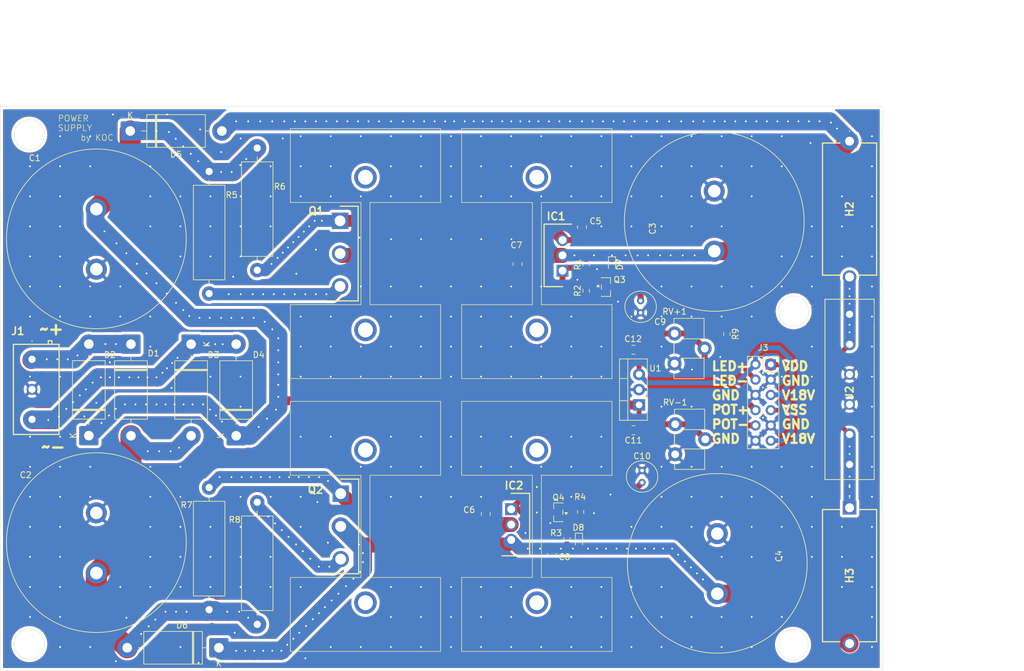
<source format=kicad_pcb>
(kicad_pcb (version 20241229) (generator "pcbnew") (generator_version "9.0")
  (layers (0 "F.Cu" signal) (2 "B.Cu" signal) (13 "F.Paste" user) (15 "B.Paste" user) (5 "F.SilkS" user "F.Silkscreen") (7 "B.SilkS" user "B.Silkscreen") (1 "F.Mask" user) (3 "B.Mask" user) (25 "Edge.Cuts" user))
  (net 0 "")
  (net 1 "Net-(D2-K)")
  (net 2 "GND")
  (net 3 "Net-(D6-K)")
  (net 4 "Net-(D5-A)")
  (net 5 "Net-(D7-A)")
  (net 6 "Net-(D8-K)")
  (net 7 "Net-(IC1-INPUT)")
  (net 8 "Net-(IC2-IN)")
  (net 9 "Net-(D3-K)")
  (net 10 "Net-(Q1-E)")
  (net 11 "Net-(Q2-E)")
  (net 20 "-32V")
  (net 21 "+32V")
  (net 22 "/V18V")
  (net 23 "/VDD")
  (net 24 "/VSS")
  (net 25 "/Pot+")
  (net 26 "/Pot-")
  (net 27 "Net-(J3-Pin_4)")
  (footprint "HE1J478M30040HA:HE1J478M30040HA" (layer "F.Cu") (at 80.25 122.550004 -90)
    (property "Reference" "C2")
    (property "Value" "4m7" (hide yes))
  )
  (footprint "HE1J478M30040HA:HE1J478M30040HA" (layer "F.Cu") (at 183 79 90)
    (property "Reference" "C3")
    (property "Value" "4m7")
  )
  (footprint "TIP2955_PNP_100V_15A_90W:TO545P515X1560X2445-3P" (layer "F.Cu") (at 120.875 119.35 -90)
    (property "Reference" "Q2")
    (property "Value" "TIP3055" (hide yes))
  )
  (footprint "Resistor_THT:R_Axial_DIN0516_L15.5mm_D5.0mm_P20.32mm_Horizontal" (layer "F.Cu") (at 99 65.74 -90)
    (property "Reference" "R5")
    (property "Value" "0.1" (hide yes))
  )
  (footprint "Connector_PinSocket_2.54mm:PinSocket_2x06_P2.54mm_Vertical" (layer "F.Cu") (at 192.4 97.84)
    (property "Reference" "J3")
    (property "Value" "Conn_02x06_Counter_Clockwise" (hide yes))
  )
  (footprint "Resistor_THT:R_Axial_DIN0516_L15.5mm_D5.0mm_P20.32mm_Horizontal" (layer "F.Cu") (at 107 61.84 -90)
    (property "Reference" "R6")
    (property "Value" "1")
  )
  (footprint "Resistor_THT:R_Axial_DIN0516_L15.5mm_D5.0mm_P20.32mm_Horizontal" (layer "F.Cu") (at 99 138.66 90)
    (property "Reference" "R7")
    (property "Value" "1" (hide yes))
  )
  (footprint "J1x6:2828366" (layer "F.Cu") (at 205.5 114.5 90)
    (property "Reference" "J2")
    (property "Value" "282836-6" (hide yes))
  )
  (footprint "FA-T220-25E:FAT22025E" (layer "F.Cu") (at 125 66.7 -90)
    (property "Reference" "U3" (hide yes))
    (property "Value" "FA-T220-25E" (hide yes))
  )
  (footprint "Capacitor_SMD:C_0805_2012Metric" (layer "F.Cu") (at 150.3 81.15 -90)
    (property "Reference" "C7")
    (property "Value" "1u" (hide yes))
  )
  (footprint "Resistor_SMD:R_0603_1608Metric_Pad0.98x0.95mm_HandSolder" (layer "F.Cu") (at 160.775 122.4 -90)
    (property "Reference" "R4")
    (property "Value" "50k")
  )
  (footprint "FA-T220-25E:FAT22025E" (layer "F.Cu") (at 153.5 137.5 90)
    (property "Reference" "U5" (hide yes))
    (property "Value" "FA-T220-25E" (hide yes))
  )
  (footprint "LM317T:TO255P460X1020X2008-3P" (layer "F.Cu") (at 157.77 82.25 90)
    (property "Reference" "IC1")
    (property "Value" "LM317T" (hide yes))
  )
  (footprint "Resistor_SMD:R_0603_1608Metric_Pad0.98x0.95mm_HandSolder" (layer "F.Cu") (at 158.5 126.9125 90)
    (property "Reference" "R3")
    (property "Value" "240" (hide yes))
  )
  (footprint "Capacitor_SMD:C_0805_2012Metric" (layer "F.Cu") (at 145 122.75 -90)
    (property "Reference" "C6")
    (property "Value" "100n" (hide yes))
  )
  (footprint "Package_TO_SOT_THT:TO-220-3_Vertical" (layer "F.Cu") (at 170.5 104.58 90)
    (property "Reference" "U1")
    (property "Value" "LM7818_TO220" (hide yes))
  )
  (footprint "LM317T:TO255P460X1020X2008-3P" (layer "F.Cu") (at 149.23 121.95 -90)
    (property "Reference" "IC2")
    (property "Value" "LM337SP" (hide yes))
  )
  (footprint "PTF15_5x20mm_6A3:PTF15" (layer "F.Cu") (at 205.5 60.7 -90)
    (property "Reference" "H2")
    (property "Value" "Fuse4A" (hide yes))
  )
  (footprint "TIP2955_PNP_100V_15A_90W:TO545P515X1560X2445-3P" (layer "F.Cu") (at 120.775 73.95 -90)
    (property "Reference" "Q1")
    (property "Value" "TIP2955" (hide yes))
  )
  (footprint "FA-T220-25E:FAT22025E" (layer "F.Cu") (at 125 137.5 90)
    (property "Reference" "U2" (hide yes))
    (property "Value" "FA-T220-25E" (hide yes))
  )
  (footprint "Potentiometer_THT:Potentiometer_ACP_CA9-H5_Horizontal" (layer "F.Cu") (at 176.4 92.7)
    (property "Reference" "RV+1")
    (property "Value" "R_Potentiometer" (hide yes))
  )
  (footprint "Diode_THT:D_DO-201AD_P15.24mm_Horizontal" (layer "F.Cu") (at 79 109.7 90)
    (property "Reference" "D2")
    (property "Value" "1N5408")
  )
  (footprint "Potentiometer_THT:Potentiometer_ACP_CA9-H5_Horizontal" (layer "F.Cu") (at 176.5 107.805)
    (property "Reference" "RV-1")
    (property "Value" "R_Potentiometer" (hide yes))
  )
  (footprint "Package_TO_SOT_SMD:SOT-23" (layer "F.Cu") (at 157.0625 122.45 180)
    (property "Reference" "Q4")
    (property "Value" "BC817")
  )
  (footprint "Capacitor_SMD:C_0805_2012Metric" (layer "F.Cu") (at 161 75 90)
    (property "Reference" "C5")
    (property "Value" "100n" (hide yes))
  )
  (footprint "Package_TO_SOT_SMD:SOT-23" (layer "F.Cu") (at 164.99 84.97)
    (property "Reference" "Q3")
    (property "Value" "BC807" (hide yes))
  )
  (footprint "Capacitor_SMD:C_0805_2012Metric" (layer "F.Cu") (at 156 129.55 90)
    (property "Reference" "C8")
    (property "Value" "1u" (hide yes))
  )
  (footprint "Diode_THT:D_DO-201AD_P15.24mm_Horizontal" (layer "F.Cu") (at 100.62 145 180)
    (property "Reference" "D6")
    (property "Value" "1N5408")
  )
  (footprint "Diode_SMD:D_SOD-523" (layer "F.Cu") (at 160.5 127.2 -90)
    (property "Reference" "D8")
    (property "Value" "1N4148WT" (hide yes))
  )
  (footprint "Diode_THT:D_DO-201AD_P15.24mm_Horizontal" (layer "F.Cu") (at 85.88 59)
    (property "Reference" "D5")
    (property "Value" "1N5408")
  )
  (footprint "Diode_THT:D_DO-201AD_P15.24mm_Horizontal" (layer "F.Cu") (at 103.5 109.72 90)
    (property "Reference" "D4")
    (property "Value" "1N5408")
  )
  (footprint "HE1J478M30040HA:HE1J478M30040HA" (layer "F.Cu") (at 183.5 126 -90)
    (property "Reference" "C4")
    (property "Value" "4m7" (hide yes))
  )
  (footprint "Diode_SMD:D_SOD-523" (layer "F.Cu") (at 166 81.2 -90)
    (property "Reference" "D7")
    (property "Value" "1N4148WT" (hide yes))
  )
  (footprint "HE1J478M30040HA:HE1J478M30040HA" (layer "F.Cu") (at 80.25 72 -90)
    (property "Reference" "C1")
    (property "Value" "4m7" (hide yes))
  )
  (footprint "Diode_THT:D_DO-201AD_P15.24mm_Horizontal" (layer "F.Cu") (at 86 94.48 -90)
    (property "Reference" "D1")
    (property "Value" "1N5408")
  )
  (footprint "Capacitor_THT:C_Radial_D5.0mm_H7.0mm_P2.00mm" (layer "F.Cu") (at 171 115.5 -90)
    (property "Reference" "C10")
    (property "Value" "10u" (hide yes))
  )
  (footprint "Capacitor_SMD:C_0805_2012Metric" (layer "F.Cu") (at 169.55 108.8 180)
    (property "Reference" "C11")
    (property "Value" "100n" (hide yes))
  )
  (footprint "FA-T220-25E:FAT22025E" (layer "F.Cu") (at 153.5 92.1 90)
    (property "Reference" "U4" (hide yes))
    (property "Value" "FA-T220-25E" (hide yes))
  )
  (footprint "Capacitor_SMD:C_0805_2012Metric" (layer "F.Cu") (at 169.55 95.4 180)
    (property "Reference" "C12")
    (property "Value" "100n" (hide yes))
  )
  (footprint "Resistor_THT:R_Axial_DIN0516_L15.5mm_D5.0mm_P20.32mm_Horizontal" (layer "F.Cu") (at 107 141.1 90)
    (property "Reference" "R8")
    (property "Value" "0.1" (hide yes))
  )
  (footprint "Resistor_SMD:R_0603_1608Metric_Pad0.98x0.95mm_HandSolder" (layer "F.Cu") (at 185.1 92.7875 -90)
    (property "Reference" "R9")
    (property "Value" "2k")
  )
  (footprint "Resistor_SMD:R_0603_1608Metric_Pad0.98x0.95mm_HandSolder" (layer "F.Cu") (at 161.7 81.2 90)
    (property "Reference" "R1")
    (property "Value" "240" (hide yes))
  )
  (footprint "Diode_THT:D_DO-201AD_P15.24mm_Horizontal" (layer "F.Cu") (at 96 94.48 -90)
    (property "Reference" "D3")
    (property "Value" "1N5408")
  )
  (footprint "PTF15_5x20mm_6A3:PTF15" (layer "F.Cu") (at 205.5 121.7 -90)
    (property "Reference" "H3")
    (property "Value" "Fuse4A" (hide yes))
  )
  (footprint "Capacitor_THT:C_Radial_D5.0mm_H7.0mm_P2.00mm" (layer "F.Cu") (at 170.75 87.25 -90)
    (property "Reference" "C9")
    (property "Value" "10u" (hide yes))
  )
  (footprint "Resistor_SMD:R_0603_1608Metric_Pad0.98x0.95mm_HandSolder" (layer "F.Cu") (at 161.7 85.5875 90)
    (property "Reference" "R2")
    (property "Value" "50k" (hide yes))
  )
  (footprint "J1x3:DG3015003P1200AH" (layer "F.Cu") (at 69.55 97 -90)
    (property "Reference" "J1")
    (property "Value" "DG301-5.0-03P-12-00A_H_" (hide yes))
  )
  (gr_circle (center 69.1 144.392013) (end 71.4 145.392013) (stroke (width 0.05)) (fill no) (layer "Edge.Cuts"))
  (gr_circle (center 196.2 88.992013) (end 198.5 89.992013) (stroke (width 0.05)) (fill no) (layer "Edge.Cuts"))
  (gr_rect (start 64.25 54.9) (end 211 148.85) (stroke (width 0.05)) (fill no) (layer "Edge.Cuts"))
  (gr_circle (center 196.1 144.5) (end 198.4 145.5) (stroke (width 0.05)) (fill no) (layer "Edge.Cuts"))
  (gr_circle (center 69.1 59.6) (end 71.4 60.6) (stroke (width 0.05)) (fill no) (layer "Edge.Cuts"))
  (gr_text "~+" (at 70.6 93.1 0) (layer "F.SilkS") (effects (font (size 2 2) (thickness 0.4) (bold yes)) (justify left bottom)))
  (gr_text "POWER\nSUPPLY\n	by KOC\n" (at 73.8 60.7 0) (layer "F.SilkS") (effects (font (size 1 1) (thickness 0.1)) (justify left bottom)))
  (gr_text "~-" (at 70.9 112.7 0) (layer "F.SilkS") (effects (font (size 2 2) (thickness 0.4) (bold yes)) (justify left bottom)))
  (gr_text "LED+	VDD\nLED-	GND\nGND		V18V\nPOT+	VSS\nPOT-	GND\nGND		V18V\n" (at 182.4 111.1 0) (layer "F.SilkS") (effects (font (size 1.5 1.5) (thickness 0.375) (bold yes)) (justify left bottom)))
  (segment (start 108.25 90.75) (end 107.6 90.1) (width 3) (layer "F.Cu") (net 1))
  (segment (start 109.5 92) (end 108.25 90.75) (width 3) (layer "F.Cu") (net 1))
  (segment (start 79 109.7) (end 79 109.5) (width 3) (layer "F.Cu") (net 1))
  (segment (start 101.14 107.36) (end 103.5 109.72) (width 3) (layer "F.Cu") (net 1))
  (segment (start 85.88 59) (end 85.88 66.37) (width 3.5) (layer "F.Cu") (net 1))
  (segment (start 97.205 64.045) (end 95.955 62.795) (width 3) (layer "F.Cu") (net 1))
  (segment (start 170.5 104.58) (end 170.48 104.6) (width 1.5) (layer "F.Cu") (net 1))
  (segment (start 111.6 103.9) (end 105.78 109.72) (width 1.5) (layer "F.Cu") (net 1))
  (segment (start 110.5 105) (end 110.5 103.25) (width 3) (layer "F.Cu") (net 1))
  (segment (start 85 104.5) (end 86.75 104.5) (width 3) (layer "F.Cu") (net 1))
  (segment (start 88.6 82.7) (end 87 81.1) (width 3) (layer "F.Cu") (net 1))
  (segment (start 110.5 93.5) (end 110.5 93) (width 3) (layer "F.Cu") (net 1))
  (segment (start 99.14 105.36) (end 100.14 106.36) (width 3) (layer "F.Cu") (net 1))
  (segment (start 90.25 84.35) (end 88.6 82.7) (width 3) (layer "F.Cu") (net 1))
  (segment (start 84.2 104.5) (end 85 104.5) (width 3) (layer "F.Cu") (net 1))
  (segment (start 105.17 63.67) (end 107 61.84) (width 3) (layer "F.Cu") (net 1))
  (segment (start 103.5 109.72) (end 105.78 109.72) (width 3) (layer "F.Cu") (net 1))
  (segment (start 104.5 90.1) (end 102.7 90.1) (width 3) (layer "F.Cu") (net 1))
  (segment (start 93.455 60.295) (end 92.33 59.17) (width 3) (layer "F.Cu") (net 1))
  (segment (start 98 104.5) (end 98.28 104.5) (width 3) (layer "F.Cu") (net 1))
  (segment (start 110.5 99.5) (end 110.5 97.5) (width 3) (layer "F.Cu") (net 1))
  (segment (start 81.1 107.6) (end 82.35 106.35) (width 3) (layer "F.Cu") (net 1))
  (segment (start 98.28 104.5) (end 99.14 105.36) (width 3) (layer "F.Cu") (net 1))
  (segment (start 104.17 64.67) (end 105.17 63.67) (width 3) (layer "F.Cu") (net 1))
  (segment (start 110.5 103.25) (end 110.5 101.25) (width 3) (layer "F.Cu") (net 1))
  (segment (start 85.88 66.37) (end 80.25 72) (width 3.5) (layer "F.Cu") (net 1))
  (segment (start 95.7 89.8) (end 94.7 88.8) (width 3) (layer "F.Cu") (net 1))
  (segment (start 105.78 109.72) (end 107.25 108.25) (width 3) (layer "F.Cu") (net 1))
  (segment (start 95.955 62.795) (end 94.705 61.545) (width 3) (layer "F.Cu") (net 1))
  (segment (start 88.5 104.5) (end 90.25 104.5) (width 3) (layer "F.Cu") (net 1))
  (segment (start 93.25 104.5) (end 94.75 104.5) (width 3) (layer "F.Cu") (net 1))
  (segment (start 105.78 109.72) (end 108.625 106.875) (width 3) (layer "F.Cu") (net 1))
  (segment (start 102.75 65.84) (end 103 65.84) (width 3) (layer "F.Cu") (net 1))
  (segment (start 80.1 72.15) (end 80.25 72) (width 3) (layer "F.Cu") (net 1))
  (segment (start 91.75 104.5) (end 93.25 104.5) (width 3) (layer "F.Cu") (net 1))
  (segment (start 86.75 104.5) (end 88.5 104.5) (width 3) (layer "F.Cu") (net 1))
  (segment (start 99 65.84) (end 101 65.84) (width 3) (layer "F.Cu") (net 1))
  (segment (start 99.1 90.1) (end 97.4 90.1) (width 3) (layer "F.Cu") (net 1))
  (segment (start 91.95 86.05) (end 90.25 84.35) (width 3) (layer "F.Cu") (net 1))
  (segment (start 92.16 59) (end 90.25 59) (width 3) (layer "F.Cu") (net 1))
  (segment (start 83.475 105.225) (end 84.2 104.5) (width 3) (layer "F.Cu") (net 1))
  (segment (start 106.4 90.1) (end 104.5 90.1) (width 3) (layer "F.Cu") (net 1))
  (segment (start 94.75 104.5) (end 96.25 104.5) (width 3) (layer "F.Cu") (net 1))
  (segment (start 110.5 93) (end 109.5 92) (width 3) (layer "F.Cu") (net 1))
  (segment (start 103 65.84) (end 104.17 64.67) (width 3) (layer "F.Cu") (net 1))
  (segment (start 100.14 106.36) (end 101.14 107.36) (width 3) (layer "F.Cu") (net 1))
  (segment (start 94.7 88.8) (end 93.5 87.6) (width 3) (layer "F.Cu") (net 1))
  (segment (start 90.25 104.5) (end 91.75 104.5) (width 3) (layer "F.Cu") (net 1))
  (segment (start 87 81.1) (end 85.25 79.35) (width 3) (layer "F.Cu") (net 1))
  (segment (start 94.705 61.545) (end 93.455 60.295) (width 3) (layer "F.Cu") (net 1))
  (segment (start 80.1 74.2) (end 80.1 72.15) (width 3) (layer "F.Cu") (net 1))
  (segment (start 103.5 109.5) (end 103.5 109.72) (width 3) (layer "F.Cu") (net 1))
  (segment (start 97.4 90.1) (end 96 90.1) (width 3) (layer "F.Cu") (net 1))
  (segment (start 93.5 87.6) (end 91.95 86.05) (width 3) (layer "F.Cu") (net 1))
  (segment (start 165.8 103.9) (end 111.6 103.9) (width 1.5) (layer "F.Cu") (net 1))
  (segment (start 90.25 59) (end 85.88 59) (width 3) (layer "F.Cu") (net 1))
  (segment (start 92.33 59.17) (end 92.16 59) (width 3) (layer "F.Cu") (net 1))
  (segment (start 166.5 104.6) (end 165.8 103.9) (width 1.5) (layer "F.Cu") (net 1))
  (segment (start 110.5 97.5) (end 110.5 95.5) (width 3) (layer "F.Cu") (net 1))
  (segment (start 85.25 79.35) (end 83.6 77.7) (width 3) (layer "F.Cu") (net 1))
  (segment (start 101 90.1) (end 99.1 90.1) (width 3) (layer "F.Cu") (net 1))
  (segment (start 82.35 106.35) (end 83.475 105.225) (width 3) (layer "F.Cu") (net 1))
  (segment (start 170.48 104.6) (end 166.5 104.6) (width 1.5) (layer "F.Cu") (net 1))
  (segment (start 107.6 90.1) (end 106.4 90.1) (width 3) (layer "F.Cu") (net 1))
  (segment (start 107.25 108.25) (end 110.125 105.375) (width 3) (layer "F.Cu") (net 1))
  (segment (start 96 90.1) (end 95.7 89.8) (width 3) (layer "F.Cu") (net 1))
  (segment (start 110.5 101.25) (end 110.5 99.5) (width 3) (layer "F.Cu") (net 1))
  (segment (start 102.7 90.1) (end 101 90.1) (width 3) (layer "F.Cu") (net 1))
  (segment (start 79 109.7) (end 81.1 107.6) (width 3) (layer "F.Cu") (net 1))
  (segment (start 101 65.84) (end 102.75 65.84) (width 3) (layer "F.Cu") (net 1))
  (segment (start 99 65.84) (end 97.205 64.045) (width 3) (layer "F.Cu") (net 1))
  (segment (start 96.25 104.5) (end 98 104.5) (width 3) (layer "F.Cu") (net 1))
  (segment (start 81.6 75.7) (end 80.1 74.2) (width 3) (layer "F.Cu") (net 1))
  (segment (start 170.5 108.8) (end 170.5 104.58) (width 0.8) (layer "F.Cu") (net 1))
  (segment (start 110.5 95.5) (end 110.5 93.5) (width 3) (layer "F.Cu") (net 1))
  (segment (start 108.625 106.875) (end 110.5 105) (width 3) (layer "F.Cu") (net 1))
  (segment (start 83.6 77.7) (end 81.6 75.7) (width 3) (layer "F.Cu") (net 1))
  (via (at 93.455 60.295) (size 0.6) (drill 0.3) (layers "F.Cu" "B.Cu") (net 1))
  (via (at 101 65.84) (size 0.6) (drill 0.3) (layers "F.Cu" "B.Cu") (net 1))
  (via (at 101.14 107.36) (size 0.6) (drill 0.3) (layers "F.Cu" "B.Cu") (net 1))
  (via (at 106.4 90.1) (size 0.6) (drill 0.3) (layers "F.Cu" "B.Cu") (net 1))
  (via (at 85.25 79.35) (size 0.6) (drill 0.3) (layers "F.Cu" "B.Cu") (net 1))
  (via (at 96.25 104.5) (size 0.6) (drill 0.3) (layers "F.Cu" "B.Cu") (net 1))
  (via (at 87 81.1) (size 0.6) (drill 0.3) (layers "F.Cu" "B.Cu") (net 1))
  (via (at 105.17 63.67) (size 0.6) (drill 0.3) (layers "F.Cu" "B.Cu") (net 1))
  (via (at 102.7 90.1) (size 0.6) (drill 0.3) (layers "F.Cu" "B.Cu") (net 1))
  (via (at 99.14 105.36) (size 0.6) (drill 0.3) (layers "F.Cu" "B.Cu") (net 1))
  (via (at 91.95 86.05) (size 0.6) (drill 0.3) (layers "F.Cu" "B.Cu") (net 1))
  (via (at 82.35 106.35) (size 0.6) (drill 0.3) (layers "F.Cu" "B.Cu") (net 1))
  (via (at 83.6 77.7) (size 0.6) (drill 0.3) (layers "F.Cu" "B.Cu") (net 1))
  (via (at 94.7 88.8) (size 0.6) (drill 0.3) (layers "F.Cu" "B.Cu") (net 1))
  (via (at 85 104.5) (size 0.6) (drill 0.3) (layers "F.Cu" "B.Cu") (net 1))
  (via (at 98 104.5) (size 0.6) (drill 0.3) (layers "F.Cu" "B.Cu") (net 1))
  (via (at 95.7 89.8) (size 0.6) (drill 0.3) (layers "F.Cu" "B.Cu") (net 1))
  (via (at 95.955 62.795) (size 0.6) (drill 0.3) (layers "F.Cu" "B.Cu") (net 1))
  (via (at 110.125 105.375) (size 0.6) (drill 0.3) (layers "F.Cu" "B.Cu") (net 1))
  (via (at 94.75 104.5) (size 0.6) (drill 0.3) (layers "F.Cu" "B.Cu") (net 1))
  (via (at 108.625 106.875) (size 0.6) (drill 0.3) (layers "F.Cu" "B.Cu") (net 1))
  (via (at 94.705 61.545) (size 0.6) (drill 0.3) (layers "F.Cu" "B.Cu") (net 1))
  (via (at 90.25 84.35) (size 0.6) (drill 0.3) (layers "F.Cu" "B.Cu") (net 1))
  (via (at 110.5 99.5) (size 0.6) (drill 0.3) (layers "F.Cu" "B.Cu") (net 1))
  (via (at 99.1 90.1) (size 0.6) (drill 0.3) (layers "F.Cu" "B.Cu") (net 1))
  (via (at 100.14 106.36) (size 0.6) (drill 0.3) (layers "F.Cu" "B.Cu") (net 1))
  (via (at 110.5 95.5) (size 0.6) (drill 0.3) (layers "F.Cu" "B.Cu") (net 1))
  (via (at 104.5 90.1) (size 0.6) (drill 0.3) (layers "F.Cu" "B.Cu") (net 1))
  (via (at 110.5 103.25) (size 0.6) (drill 0.3) (layers "F.Cu" "B.Cu") (net 1))
  (via (at 107.25 108.25) (size 0.6) (drill 0.3) (layers "F.Cu" "B.Cu") (net 1))
  (via (at 93.25 104.5) (size 0.6) (drill 0.3) (layers "F.Cu" "B.Cu") (net 1))
  (via (at 83.475 105.225) (size 0.6) (drill 0.3) (layers "F.Cu" "B.Cu") (net 1))
  (via (at 81.1 107.6) (size 0.6) (drill 0.3) (layers "F.Cu" "B.Cu") (net 1))
  (via (at 101 90.1) (size 0.6) (drill 0.3) (layers "F.Cu" "B.Cu") (net 1))
  (via (at 90.25 104.5) (size 0.6) (drill 0.3) (layers "F.Cu" "B.Cu") (net 1))
  (via (at 110.5 97.5) (size 0.6) (drill 0.3) (layers "F.Cu" "B.Cu") (net 1))
  (via (at 88.6 82.7) (size 0.6) (drill 0.3) (layers "F.Cu" "B.Cu") (net 1))
  (via (at 88.5 104.5) (size 0.6) (drill 0.3) (layers "F.Cu" "B.Cu") (net 1))
  (via (at 102.75 65.84) (size 0.6) (drill 0.3) (layers "F.Cu" "B.Cu") (net 1))
  (via (at 108.25 90.75) (size 0.6) (drill 0.3) (layers "F.Cu" "B.Cu") (net 1))
  (via (at 86.75 104.5) (size 0.6) (drill 0.3) (layers "F.Cu" "B.Cu") (net 1))
  (via (at 92.33 59.17) (size 0.6) (drill 0.3) (layers "F.Cu" "B.Cu") (net 1))
  (via (at 97.205 64.045) (size 0.6) (drill 0.3) (layers "F.Cu" "B.Cu") (net 1))
  (via (at 91.75 104.5) (size 0.6) (drill 0.3) (layers "F.Cu" "B.Cu") (net 1))
  (via (at 90.25 59) (size 0.6) (drill 0.3) (layers "F.Cu" "B.Cu") (net 1))
  (via (at 110.5 93.5) (size 0.6) (drill 0.3) (layers "F.Cu" "B.Cu") (net 1))
  (via (at 104.17 64.67) (size 0.6) (drill 0.3) (layers "F.Cu" "B.Cu") (net 1))
  (via (at 81.6 75.7) (size 0.6) (drill 0.3) (layers "F.Cu" "B.Cu") (net 1))
  (via (at 93.5 87.6) (size 0.6) (drill 0.3) (layers "F.Cu" "B.Cu") (net 1))
  (via (at 109.5 92) (size 0.6) (drill 0.3) (layers "F.Cu" "B.Cu") (net 1))
  (via (at 110.5 101.25) (size 0.6) (drill 0.3) (layers "F.Cu" "B.Cu") (net 1))
  (via (at 97.4 90.1) (size 0.6) (drill 0.3) (layers "F.Cu" "B.Cu") (net 1))
  (segment (start 103.5 109.72) (end 98.28 104.5) (width 3) (layer "B.Cu") (net 1))
  (segment (start 110.5 105) (end 110.5 93) (width 3) (layer "B.Cu") (net 1))
  (segment (start 92.16 59) (end 85.88 59) (width 3) (layer "B.Cu") (net 1))
  (segment (start 103.5 109.72) (end 105.78 109.72) (width 3) (layer "B.Cu") (net 1))
  (segment (start 105.78 109.72) (end 110.5 105) (width 3) (layer "B.Cu") (net 1))
  (segment (start 102.91 65.84) (end 99 65.84) (width 3) (layer "B.Cu") (net 1))
  (segment (start 99 65.84) (end 92.16 59) (width 3) (layer "B.Cu") (net 1))
  (segment (start 106.91 61.84) (end 102.91 65.84) (width 3) (layer "B.Cu") (net 1))
  (segment (start 110.5 93) (end 107.6 90.1) (width 3) (layer "B.Cu") (net 1))
  (segment (start 80.1 72.15) (end 80.25 72) (width 3) (layer "B.Cu") (net 1))
  (segment (start 80.1 74.2) (end 80.1 72.15) (width 3) (layer "B.Cu") (net 1))
  (segment (start 96 90.1) (end 80.1 74.2) (width 3) (layer "B.Cu") (net 1))
  (segment (start 84.2 104.5) (end 79 109.7) (width 3) (layer "B.Cu") (net 1))
  (segment (start 107 61.84) (end 106.91 61.84) (width 3) (layer "B.Cu") (net 1))
  (segment (start 98.28 104.5) (end 84.2 104.5) (width 3) (layer "B.Cu") (net 1))
  (segment (start 107.6 90.1) (end 96 90.1) (width 3) (layer "B.Cu") (net 1))
  (via (at 154.225 84.875) (size 0.6) (drill 0.3) (layers "F.Cu" "B.Cu") (net 2))
  (via (at 149.225 139.875) (size 0.6) (drill 0.3) (layers "F.Cu" "B.Cu") (net 2))
  (via (at 199.225 129.875) (size 0.6) (drill 0.3) (layers "F.Cu" "B.Cu") (net 2))
  (via (at 129.225 99.875) (size 0.6) (drill 0.3) (layers "F.Cu" "B.Cu") (net 2))
  (via (at 124.225 69.875) (size 0.6) (drill 0.3) (layers "F.Cu" "B.Cu") (net 2))
  (via (at 189.225 69.875) (size 0.6) (drill 0.3) (layers "F.Cu" "B.Cu") (net 2))
  (via (at 164.225 134.875) (size 0.6) (drill 0.3) (layers "F.Cu" "B.Cu") (net 2))
  (via (at 204.225 79.875) (size 0.6) (drill 0.3) (layers "F.Cu" "B.Cu") (net 2))
  (via (at 89.225 94.875) (size 0.6) (drill 0.3) (layers "F.Cu" "B.Cu") (net 2))
  (via (at 74.225 59.875) (size 0.6) (drill 0.3) (layers "F.Cu" "B.Cu") (net 2))
  (via (at 204.225 74.875) (size 0.6) (drill 0.3) (layers "F.Cu" "B.Cu") (net 2))
  (via (at 184.225 64.875) (size 0.6) (drill 0.3) (layers "F.Cu" "B.Cu") (net 2))
  (via (at 144.225 109.875) (size 0.6) (drill 0.3) (layers "F.Cu" "B.Cu") (net 2))
  (via (at 82.5 97.5) (size 0.6) (drill 0.3) (layers "F.Cu" "B.Cu") (net 2))
  (via (at 139.225 119.875) (size 0.6) (drill 0.3) (layers "F.Cu" "B.Cu") (net 2))
  (via (at 74.225 119.875) (size 0.6) (drill 0.3) (layers "F.Cu" "B.Cu") (net 2))
  (via (at 69.225 79.875) (size 0.6) (drill 0.3) (layers "F.Cu" "B.Cu") (net 2))
  (via (at 209.225 109.875) (size 0.6) (drill 0.3) (layers "F.Cu" "B.Cu") (net 2))
  (via (at 159.225 134.875) (size 0.6) (drill 0.3) (layers "F.Cu" "B.Cu") (net 2))
  (via (at 184.225 129.875) (size 0.6) (drill 0.3) (layers "F.Cu" "B.Cu") (net 2))
  (via (at 194.225 84.875) (size 0.6) (drill 0.3) (layers "F.Cu" "B.Cu") (net 2))
  (via (at 119.225 69.875) (size 0.6) (drill 0.3) (layers "F.Cu" "B.Cu") (net 2))
  (via (at 69.225 114.875) (size 0.6) (drill 0.3) (layers "F.Cu" "B.Cu") (net 2))
  (via (at 174.225 74.875) (size 0.6) (drill 0.3) (layers "F.Cu" "B.Cu") (net 2))
  (via (at 174.225 104.875) (size 0.6) (drill 0.3) (layers "F.Cu" "B.Cu") (net 2))
  (via (at 154.225 144.875) (size 0.6) (drill 0.3) (layers "F.Cu" "B.Cu") (net 2))
  (via (at 144.225 59.875) (size 0.6) (drill 0.3) (layers "F.Cu" "B.Cu") (net 2))
  (via (at 204.225 69.875) (size 0.6) (drill 0.3) (layers "F.Cu" "B.Cu") (net 2))
  (via (at 169.225 139.875) (size 0.6) (drill 0.3) (layers "F.Cu" "B.Cu") (net 2))
  (via (at 144.225 144.875) (size 0.6) (drill 0.3) (layers "F.Cu" "B.Cu") (net 2))
  (via (at 189.225 129.875) (size 0.6) (drill 0.3) (layers "F.Cu" "B.Cu") (net 2))
  (via (at 69.225 99.875) (size 0.6) (drill 0.3) (layers "F.Cu" "B.Cu") (net 2))
  (via (at 118.75 127.5) (size 0.6) (drill 0.3) (layers "F.Cu" "B.Cu") (net 2))
  (via (at 194.225 59.875) (size 0.6) (drill 0.3) (layers "F.Cu" "B.Cu") (net 2))
  (via (at 169.225 89.875) (size 0.6) (drill 0.3) (layers "F.Cu" "B.Cu") (net 2))
  (via (at 69.225 84.875) (size 0.6) (drill 0.3) (layers "F.Cu" "B.Cu") (net 2))
  (via (at 199.225 124.875) (size 0.6) (drill 0.3) (layers "F.Cu" "B.Cu") (net 2))
  (via (at 109.225 69.875) (size 0.6) (drill 0.3) (layers "F.Cu" "B.Cu") (net 2))
  (via (at 104.225 99.875) (size 0.6) (drill 0.3) (layers "F.Cu" "B.Cu") (net 2))
  (via (at 149.225 89.875) (size 0.6) (drill 0.3) (layers "F.Cu" "B.Cu") (net 2))
  (via (at 144.225 119.875) (size 0.6) (drill 0.3) (layers "F.Cu" "B.Cu") (net 2))
  (via (at 209.225 79.875) (size 0.6) (drill 0.3) (layers "F.Cu" "B.Cu") (net 2))
  (via (at 119.225 64.875) (size 0.6) (drill 0.3) (layers "F.Cu" "B.Cu") (net 2))
  (via (at 99.225 99.875) (size 0.6) (drill 0.3) (layers "F.Cu" "B.Cu") (net 2))
  (via (at 209.225 69.875) (size 0.6) (drill 0.3) (layers "F.Cu" "B.Cu") (net 2))
  (via (at 134.225 59.875) (size 0.6) (drill 0.3) (layers "F.Cu" "B.Cu") (net 2))
  (via (at 74.225 89.875) (size 0.6) (drill 0.3) (layers "F.Cu" "B.Cu") (net 2))
  (via (at 109.225 119.875) (size 0.6) (drill 0.3) (layers "F.Cu" "B.Cu") (net 2))
  (via (at 204.225 124.875) (size 0.6) (drill 0.3) (layers "F.Cu" "B.Cu") (net 2))
  (via (at 149.225 99.875) (size 0.6) (drill 0.3) (layers "F.Cu" "B.Cu") (net 2))
  (via (at 80.25 104.25) (size 0.6) (drill 0.3) (layers "F.Cu" "B.Cu") (net 2))
  (via (at 103.25 142.5) (size 0.6) (drill 0.3) (layers "F.Cu" "B.Cu") (net 2))
  (via (at 209.225 144.875) (size 0.6) (drill 0.3) (layers "F.Cu" "B.Cu") (net 2))
  (via (at 144.225 84.875) (size 0.6) (drill 0.3) (layers "F.Cu" "B.Cu") (net 2))
  (via (at 154.225 69.875) (size 0.6) (drill 0.3) (layers "F.Cu" "B.Cu") (net 2))
  (via (at 116.75 78.75) (size 0.6) (drill 0.3) (layers "F.Cu" "B.Cu") (net 2))
  (via (at 174.225 64.875) (size 0.6) (drill 0.3) (layers "F.Cu" "B.Cu") (net 2))
  (via (at 163 122.6) (size 0.6) (drill 0.3) (layers "F.Cu" "B.Cu") (net 2))
  (via (at 159.225 144.875) (size 0.6) (drill 0.3) (layers "F.Cu" "B.Cu") (net 2))
  (via (at 191.1 101.7) (size 0.6) (drill 0.3) (layers "F.Cu" "B.Cu") (net 2))
  (via (at 174.225 119.875) (size 0.6) (drill 0.3) (layers "F.Cu" "B.Cu") (net 2))
  (via (at 124.225 94.875) (size 0.6) (drill 0.3) (layers "F.Cu" "B.Cu") (net 2))
  (via (at 184.225 59.875) (size 0.6) (drill 0.3) (layers "F.Cu" "B.Cu") (net 2))
  (via (at 99.225 129.875) (size 0.6) (drill 0.3) (layers "F.Cu" "B.Cu") (net 2))
  (via (at 134.225 69.875) (size 0.6) (drill 0.3) (layers "F.Cu" "B.Cu") (net 2))
  (via (at 159.225 94.875) (size 0.6) (drill 0.3) (layers "F.Cu" "B.Cu") (net 2))
  (via (at 129.225 84.875) (size 0.6) (drill 0.3) (layers "F.Cu" "B.Cu") (net 2))
  (via (at 179.225 114.875) (size 0.6) (drill 0.3) (layers "F.Cu" "B.Cu") (net 2))
  (via (at 164.225 114.875) (size 0.6) (drill 0.3) (layers "F.Cu" "B.Cu") (net 2))
  (via (at 174.225 144.875) (size 0.6) (drill 0.3) (layers "F.Cu" "B.Cu") (net 2))
  (via (at 179.225 59.875) (size 0.6) (drill 0.3) (layers "F.Cu" "B.Cu") (net 2))
  (via (at 174.225 139.875) (size 0.6) (drill 0.3) (layers "F.Cu" "B.Cu") (net 2))
  (via (at 74.225 114.875) (size 0.6) (drill 0.3) (layers "F.Cu" "B.Cu") (net 2))
  (via (at 179.225 84.875) (size 0.6) (drill 0.3) (layers "F.Cu" "B.Cu") (net 2))
  (via (at 179.225 89.875) (size 0.6) (drill 0.3) (layers "F.Cu" "B.Cu") (net 2))
  (via (at 139.225 84.875) (size 0.6) (drill 0.3) (layers "F.Cu" "B.Cu") (net 2))
  (via (at 97.25 147.5) (size 0.6) (drill 0.3) (layers "F.Cu" "B.Cu") (net 2))
  (via (at 89.225 134.875) (size 0.6) (drill 0.3) (layers "F.Cu" "B.Cu") (net 2))
  (via (at 153.5 118.25) (size 0.6) (drill 0.3) (layers "F.Cu" "B.Cu") (net 2))
  (via (at 134.225 134.875) (size 0.6) (drill 0.3) (layers "F.Cu" "B.Cu") (net 2))
  (via (at 92.75 101.75) (size 0.6) (drill 0.3) (layers "F.Cu" "B.Cu") (net 2))
  (via (at 69.225 134.875) (size 0.6) (drill 0.3) (layers "F.Cu" "B.Cu") (net 2))
  (via (at 74.225 134.875) (size 0.6) (drill 0.3) (layers "F.Cu" "B.Cu") (net 2))
  (via (at 99.225 69.875) (size 0.6) (drill 0.3) (layers "F.Cu" "B.Cu") (net 2))
  (via (at 94.225 129.875) (size 0.6) (drill 0.3) (layers "F.Cu" "B.Cu") (net 2))
  (via (at 69.225 119.875) (size 0.6) (drill 0.3) (layers "F.Cu" "B.Cu") (net 2))
  (via (at 159.225 59.875) (size 0.6) (drill 0.3) (layers "F.Cu" "B.Cu") (net 2))
  (via (at 179.225 124.875) (size 0.6) (drill 0.3) (layers "F.Cu" "B.Cu") (net 2))
  (via (at 129.225 64.875) (size 0.6) (drill 0.3) (layers "F.Cu" "B.Cu") (net 2))
  (via (at 74.225 129.875) (size 0.6) (drill 0.3) (layers "F.Cu" "B.Cu") (net 2))
  (via (at 154.225 99.875) (size 0.6) (drill 0.3) (layers "F.Cu" "B.Cu") (net 2))
  (via (at 89.225 119.875) (size 0.6) (drill 0.3) (layers "F.Cu" "B.Cu") (net 2))
  (via (at 69.225 69.875) (size 0.6) (drill 0.3) (layers "F.Cu" "B.Cu") (net 2))
  (via (at 79.225 64.875) (size 0.6) (drill 0.3) (layers "F.Cu" "B.Cu") (net 2))
  (via (at 69.225 124.875) (size 0.6) (drill 0.3) (layers "F.Cu" "B.Cu") (net 2))
  (via (at 160.25 83.75) (size 0.6) (drill 0.3) (layers "F.Cu" "B.Cu") (net 2))
  (via (at 199.225 79.875) (size 0.6) (drill 0.3) (layers "F.Cu" "B.Cu") (net 2))
  (via (at 139.225 139.875) (size 0.6) (drill 0.3) (layers "F.Cu" "B.Cu") (net 2))
  (via (at 189.225 124.875) (size 0.6) (drill 0.3) (layers "F.Cu" "B.Cu") (net 2))
  (via (at 129.225 139.875) (size 0.6) (drill 0.3) (layers "F.Cu" "B.Cu") (net 2))
  (via (at 74.225 99.875) (size 0.6) (drill 0.3) (layers "F.Cu" "B.Cu") (net 2))
  (via (at 169.225 69.875) (size 0.6) (drill 0.3) (layers "F.Cu" "B.Cu") (net 2))
  (via (at 69.225 129.875) (size 0.6) (drill 0.3) (layers "F.Cu" "B.Cu") (net 2))
  (via (at 124.225 99.875) (size 0.6) (drill 0.3) (layers "F.Cu" "B.Cu") (net 2))
  (via (at 134.225 94.875) (size 0.6) (drill 0.3) (layers "F.Cu" "B.Cu") (net 2))
  (via (at 134.225 114.875) (size 0.6) (drill 0.3) (layers "F.Cu" "B.Cu") (net 2))
  (via (at 199.225 109.875) (size 0.6) (drill 0.3) (layers "F.Cu" "B.Cu") (net 2))
  (via (at 74.225 74.875) (size 0.6) (drill 0.3) (layers "F.Cu" "B.Cu") (net 2))
  (via (at 189.225 114.875) (size 0.6) (drill 0.3) (layers "F.Cu" "B.Cu") (net 2))
  (via (at 194.225 139.875) (size 0.6) (drill 0.3) (layers "F.Cu" "B.Cu") (net 2))
  (via (at 85.25 140) (size 0.6) (drill 0.3) (layers "F.Cu" "B.Cu") (net 2))
  (via (at 164.225 144.875) (size 0.6) (drill 0.3) (layers "F.Cu" "B.Cu") (net 2))
  (via (at 144.25 77) (size 0.6) (drill 0.3) (layers "F.Cu" "B.Cu") (net 2))
  (via (at 179.3 98.7) (size 0.6) (drill 0.3) (layers "F.Cu" "B.Cu") (net 2))
  (via (at 169.225 134.875) (size 0.6) (drill 0.3) (layers "F.Cu" "B.Cu") (net 2))
  (via (at 179.225 119.875) (size 0.6) (drill 0.3) (layers "F.Cu" "B.Cu") (net 2))
  (via (at 124.225 84.875) (size 0.6) (drill 0.3) (layers "F.Cu" "B.Cu") (net 2))
  (via (at 129.225 144.875) (size 0.6) (drill 0.3) (layers "F.Cu" "B.Cu") (net 2))
  (via (at 209.225 74.875) (size 0.6) (drill 0.3) (layers "F.Cu" "B.Cu") (net 2))
  (via (at 194.225 64.875) (size 0.6) (drill 0.3) (layers "F.Cu" "B.Cu") (net 2))
  (via (at 89.225 124.875) (size 0.6) (drill 0.3) (layers "F.Cu" "B.Cu") (net 2))
  (via (at 104.225 129.875) (size 0.6) (drill 0.3) (layers "F.Cu" "B.Cu") (net 2))
  (via (at 134.225 144.875) (size 0.6) (drill 0.3) (layers "F.Cu" "B.Cu") (net 2))
  (via (at 154.225 59.875) (size 0.6) (drill 0.3) (layers "F.Cu" "B.Cu") (net 2))
  (via (at 119.225 109.875) (size 0.6) (drill 0.3) (layers "F.Cu" "B.Cu") (net 2))
  (via (at 139.225 134.875) (size 0.6) (drill 0.3) (layers "F.Cu" "B.Cu") (net 2))
  (via (at 199.225 114.875) (size 0.6) (drill 0.3) (layers "F.Cu" "B.Cu") (net 2))
  (via (at 149.225 69.875) (size 0.6) (drill 0.3) (layers "F.Cu" "B.Cu") (net 2))
  (via (at 169.225 64.875) (size 0.6) (drill 0.3) (layers "F.Cu" "B.Cu") (net 2))
  (via (at 164.225 109.875) (size 0.6) (drill 0.3) (layers "F.Cu" "B.Cu") (net 2))
  (via (at 163.5 82) (size 0.6) (drill 0.3) (layers "F.Cu" "B.Cu") (net 2))
  (via (at 204.225 129.875) (size 0.6) (drill 0.3) (layers "F.Cu" "B.Cu") (net 2))
  (via (at 184.225 89.875) (size 0.6) (drill 0.3) (layers "F.Cu" "B.Cu") (net 2))
  (via (at 174.225 89.875) (size 0.6) (drill 0.3) (layers "F.Cu" "B.Cu") (net 2))
  (via (at 74.225 69.875) (size 0.6) (drill 0.3) (layers "F.Cu" "B.Cu") (net 2))
  (via (at 209.225 134.875) (size 0.6) (drill 0.3) (layers "F.Cu" "B.Cu") (net 2))
  (via (at 99.225 74.875) (size 0.6) (drill 0.3) (layers "F.Cu" "B.Cu") (net 2))
  (via (at 169.225 59.875) (size 0.6) (drill 0.3) (layers "F.Cu" "B.Cu") (net 2))
  (via (at 103 83.25) (size 0.6) (drill 0.3) (layers "F.Cu" "B.Cu") (net 2))
  (via (at 164.225 74.875) (size 0.6) (drill 0.3) (layers "F.Cu" "B.Cu") (net 2))
  (via (at 94.225 114.875) (size 0.6) (drill 0.3) (layers "F.Cu" "B.Cu") (net 2))
  (via (at 194.225 119.875) (size 0.6) (drill 0.3) (layers "F.Cu" "B.Cu") (net 2))
  (via (at 114.225 124.875) (size 0.6) (drill 0.3) (layers "F.Cu" "B.Cu") (net 2))
  (via (at 69.225 139.875) (size 0.6) (drill 0.3) (layers "F.Cu" "B.Cu") (net 2))
  (via (at 79.225 114.875) (size 0.6) (drill 0.3) (layers "F.Cu" "B.Cu") (net 2))
  (via (at 139.225 109.875) (size 0.6) (drill 0.3) (layers "F.Cu" "B.Cu") (net 2))
  (via (at 129.225 109.875) (size 0.6) (drill 0.3) (layers "F.Cu" "B.Cu") (net 2))
  (via (at 194.225 124.875) (size 0.6) (drill 0.3) (layers "F.Cu" "B.Cu") (net 2))
  (via (at 114.225 99.875) (size 0.6) (drill 0.3) (layers "F.Cu" "B.Cu") (net 2))
  (via (at 134.225 119.875) (size 0.6) (drill 0.3) (layers "F.Cu" "B.Cu") (net 2))
  (via (at 149.225 144.875) (size 0.6) (drill 0.3) (layers "F.Cu" "B.Cu") (net 2))
  (via (at 199.225 119.875) (size 0.6) (drill 0.3) (layers "F.Cu" "B.Cu") (net 2))
  (via (at 191.1 106.7) (size 0.6) (drill 0.3) (layers "F.Cu" "B.Cu") (net 2))
  (via (at 184.225 104.875) (size 0.6) (drill 0.3) (layers "F.Cu" "B.Cu") (net 2))
  (via (at 79.225 119.875) (size 0.6) (drill 0.3) (layers "F.Cu" "B.Cu") (net 2))
  (via (at 74.225 144.875) (size 0.6) (drill 0.3) (layers "F.Cu" "B.Cu") (net 2))
  (via (at 209.225 124.875) (size 0.6) (drill 0.3) (layers "F.Cu" "B.Cu") (net 2))
  (via (at 89.225 69.875) (size 0.6) (drill 0.3) (layers "F.Cu" "B.Cu") (net 2))
  (via (at 209.225 59.875) (size 0.6) (drill 0.3) (layers "F.Cu" "B.Cu") (net 2))
  (via (at 94.225 74.875) (size 0.6) (drill 0.3) (layers "F.Cu" "B.Cu") (net 2))
  (via (at 209.225 114.875) (size 0.6) (drill 0.3) (layers "F.Cu" "B.Cu") (net 2))
  (via (at 104.225 74.875) (size 0.6) (drill 0.3) (layers "F.Cu" "B.Cu") (net 2))
  (via (at 99.225 134.875) (size 0.6) (drill 0.3) (layers "F.Cu" "B.Cu") (net 2))
  (via (at 94.225 119.875) (size 0.6) (drill 0.3) (layers "F.Cu" "B.Cu") (net 2))
  (via (at 99.225 124.875) (size 0.6) (drill 0.3) (layers "F.Cu" "B.Cu") (net 2))
  (via (at 189.225 59.875) (size 0.6) (drill 0.3) (layers "F.Cu" "B.Cu") (net 2))
  (via (at 209.225 64.875) (size 0.6) (drill 0.3) (layers "F.Cu" "B.Cu") (net 2))
  (via (at 139.225 64.875) (size 0.6) (drill 0.3) (layers "F.Cu" "B.Cu") (net 2))
  (via (at 154.225 114.875) (size 0.6) (drill 0.3) (layers "F.Cu" "B.Cu") (net 2))
  (via (at 119.225 99.875) (size 0.6) (drill 0.3) (layers "F.Cu" "B.Cu") (net 2))
  (via (at 184.225 84.875) (size 0.6) (drill 0.3) (layers "F.Cu" "B.Cu") (net 2))
  (via (at 151.6 125.9) (size 0.6) (drill 0.3) (layers "F.Cu" "B.Cu") (net 2))
  (via (at 89.225 64.875) (size 0.6) (drill 0.3) (layers "F.Cu" "B.Cu") (net 2))
  (via (at 189.225 144.875) (size 0.6) (drill 0.3) (layers "F.Cu" "B.Cu") (net 2))
  (via (at 104.225 134.875) (size 0.6) (drill 0.3) (layers "F.Cu" "B.Cu") (net 2))
  (via (at 189.225 89.875) (size 0.6) (drill 0.3) (layers "F.Cu" "B.Cu") (net 2))
  (via (at 194.225 114.875) (size 0.6) (drill 0.3) (layers "F.Cu" "B.Cu") (net 2))
  (via (at 149.225 59.875) (size 0.6) (drill 0.3) (layers "F.Cu" "B.Cu") (net 2))
  (via (at 134.225 99.875) (size 0.6) (drill 0.3) (layers "F.Cu" "B.Cu") (net 2))
  (via (at 94.225 144.875) (size 0.6) (drill 0.3) (layers "F.Cu" "B.Cu") (net 2))
  (via (at 69.225 89.875) (size 0.6) (drill 0.3) (layers "F.Cu" "B.Cu") (net 2))
  (via (at 194.225 129.875) (size 0.6) (drill 0.3) (layers "F.Cu" "B.Cu") (net 2))
  (via (at 139.225 69.875) (size 0.6) (drill 0.3) (layers "F.Cu" "B.Cu") (net 2))
  (via (at 179.225 139.875) (size 0.6) (drill 0.3) (layers "F.Cu" "B.Cu") (net 2))
  (via (at 209.225 89.875) (size 0.6) (drill 0.3) (layers "F.Cu" "B.Cu") (net 2))
  (via (at 209.225 119.875) (size 0.6) (drill 0.3) (layers "F.Cu" "B.Cu") (net 2))
  (via (at 124.225 59.875) (size 0.6) (drill 0.3) (layers "F.Cu" "B.Cu") (net 2))
  (via (at 89.225 114.875) (size 0.6) (drill 0.3) (layers "F.Cu" "B.Cu") (net 2))
  (via (at 109.225 64.875) (size 0.6) (drill 0.3) (layers "F.Cu" "B.Cu") (net 2))
  (via (at 139.225 114.875) (size 0.6) (drill 0.3) (layers "F.Cu" "B.Cu") (net 2))
  (via (at 129.225 134.875) (size 0.6) (drill 0.3) (layers "F.Cu" "B.Cu") (net 2))
  (via (at 79.225 144.875) (size 0.6) (drill 0.3) (layers "F.Cu" "B.Cu") (net 2))
  (via (at 165.75 119.5) (size 0.6) (drill 0.3) (layers "F.Cu" "B.Cu") (net 2))
  (via (at 144.225 94.875) (size 0.6) (drill 0.3) (layers "F.Cu" "B.Cu") (net 2))
  (via (at 94.225 69.875) (size 0.6) (drill 0.3) (layers "F.Cu" "B.Cu") (net 2))
  (via (at 144.225 69.875) (size 0.6) (drill 0.3) (layers "F.Cu" "B.Cu") (net 2))
  (via (at 199.225 74.875) (size 0.6) (drill 0.3) (layers "F.Cu" "B.Cu") (net 2))
  (via (at 94.225 79.875) (size 0.6) (drill 0.3) (layers "F.Cu" "B.Cu") (net 2))
  (via (at 174.225 114.875) (size 0.6) (drill 0.3) (layers "F.Cu" "B.Cu") (net 2))
  (via (at 154.225 94.875) (size 0.6) (drill 0.3) (layers "F.Cu" "B.Cu") (net 2))
  (via (at 94.225 134.875) (size 0.6) (drill 0.3) (layers "F.Cu" "B.Cu") (net 2))
  (via (at 159.225 119.875) (size 0.6) (drill 0.3) (layers "F.Cu" "B.Cu") (net 2))
  (via (at 119.225 144.875) (size 0.6) (drill 0.3) (layers "F.Cu" "B.Cu") (net 2))
  (via (at 89.225 129.875) (size 0.6) (drill 0.3) (layers "F.Cu" "B.Cu") (net 2))
  (via (at 184.225 114.875) (size 0.6) (drill 0.3) (layers "F.Cu" "B.Cu") (net 2))
  (via (at 113.5 82.75) (size 0.6) (drill 0.3) (layers "F.Cu" "B.Cu") (net 2))
  (via (at 149.225 84.875) (size 0.6) (drill 0.3) (layers "F.Cu" "B.Cu") (net 2))
  (via (at 114.225 119.875) (size 0.6) (drill 0.3) (layers "F.Cu" "B.Cu") (net 2))
  (via (at 209.225 139.875) (size 0.6) (drill 0.3) (layers "F.Cu" "B.Cu") (net 2))
  (via (at 74.225 84.875) (size 0.6) (drill 0.3) (layers "F.Cu" "B.Cu") (net 2))
  (via (at 109.225 74.875) (size 0.6) (drill 0.3) (layers "F.Cu" "B.Cu") (net 2))
  (via (at 194.225 79.875) (size 0.6) (drill 0.3) (layers "F.Cu" "B.Cu") (net 2))
  (via (at 155.75 124.25) (size 0.6) (drill 0.3) (layers "F.Cu" "B.Cu") (net 2))
  (via (at 124.225 114.875) (size 0.6) (drill 0.3) (layers "F.Cu" "B.Cu") (net 2))
  (via (at 89.225 89.875) (size 0.6) (drill 0.3) (layers "F.Cu" "B.Cu") (net 2))
  (via (at 174.225 134.875) (size 0.6) (drill 0.3) (layers "F.Cu" "B.Cu") (net 2))
  (via (at 83.5 147.25) (size 0.6) (drill 0.3) (layers "F.Cu" "B.Cu") (net 2))
  (via (at 153.5 122.5) (size 0.6) (drill 0.3) (layers "F.Cu" "B.Cu") (net 2))
  (via (at 114.225 59.875) (size 0.6) (drill 0.3) (layers "F.Cu" "B.Cu") (net 2))
  (via (at 174.225 69.875) (size 0.6) (drill 0.3) (layers "F.Cu" "B.Cu") (net 2))
  (via (at 99.225 79.875) (size 0.6) (drill 0.3) (layers "F.Cu" "B.Cu") (net 2))
  (via (at 174.225 59.875) (size 0.6) (drill 0.3) (layers "F.Cu" "B.Cu") (net 2))
  (via (at 101 62.5) (size 0.6) (drill 0.3) (layers "F.Cu" "B.Cu") (net 2))
  (via (at 179.225 104.875) (size 0.6) (drill 0.3) (layers "F.Cu" "B.Cu") (net 2))
  (via (at 111.25 60.25) (size 0.6) (drill 0.3) (layers "F.Cu" "B.Cu") (net 2))
  (via (at 184.225 139.875) (size 0.6) (drill 0.3) (layers "F.Cu" "B.Cu") (net 2))
  (via (at 159.225 99.875) (size 0.6) (drill 0.3) (layers "F.Cu" "B.Cu") (net 2))
  (via (at 97.5 58.75) (size 0.6) (drill 0.3) (layers "F.Cu" "B.Cu") (net 2))
  (via (at 104.225 119.875) (size 0.6) (drill 0.3) (layers "F.Cu" "B.Cu") (net 2))
  (via (at 134.25 77) (size 0.6) (drill 0.3) (layers "F.Cu" "B.Cu") (net 2))
  (via (at 92 56.25) (size 0.6) (drill 0.3) (layers "F.Cu" "B.Cu") (net 2))
  (via (at 184.225 74.875) (size 0.6) (drill 0.3) (layers "F.Cu" "B.Cu") (net 2))
  (via (at 159.225 109.875) (size 0.6) (drill 0.3) (layers "F.Cu" "B.Cu") (net 2))
  (via (at 104.225 79.875) (size 0.6) (drill 0.3) (layers "F.Cu" "B.Cu") (net 2))
  (via (at 139.25 77) (size 0.6) (drill 0.3) (layers "F.Cu" "B.Cu") (net 2))
  (via (at 69.225 64.875) (size 0.6) (drill 0.3) (layers "F.Cu" "B.Cu") (net 2))
  (via (at 149.225 109.875) (size 0.6) (drill 0.3) (layers "F.Cu" "B.Cu") (net 2))
  (via (at 164.225 64.875) (size 0.6) (drill 0.3) (layers "F.Cu" "B.Cu") (net 2))
  (via (at 74.225 64.875) (size 0.6) (drill 0.3) (layers "F.Cu" "B.Cu") (net 2))
  (via (at 144.225 114.875) (size 0.6) (drill 0.3) (layers "F.Cu" "B.Cu") (net 2))
  (via (at 144.225 89.875) (size 0.6) (drill 0.3) (layers "F.Cu" "B.Cu") (net 2))
  (via (at 124.225 144.875) (size 0.6) (drill 0.3) (layers "F.Cu" "B.Cu") (net 2))
  (via (at 129.225 119.875) (size 0.6) (drill 0.3) (layers "F.Cu" "B.Cu") (net 2))
  (via (at 164.225 139.875) (size 0.6) (drill 0.3) (layers "F.Cu" "B.Cu") (net 2))
  (via (at 144.225 139.875) (size 0.6) (drill 0.3) (layers "F.Cu" "B.Cu") (net 2))
  (via (at 159.225 69.875) (size 0.6) (drill 0.3) (layers "F.Cu" "B.Cu") (net 2))
  (via (at 89.225 74.875) (size 0.6) (drill 0.3) (layers "F.Cu" "B.Cu") (net 2))
  (via (at 149.225 94.875) (size 0.6) (drill 0.3) (layers "F.Cu" "B.Cu") (net 2))
  (via (at 114.225 134.875) (size 0.6) (drill 0.3) (layers "F.Cu" "B.Cu") (net 2))
  (via (at 129.225 94.875) (size 0.6) (drill 0.3) (layers "F.Cu" "B.Cu") (net 2))
  (via (at 199.225 94.875) (size 0.6) (drill 0.3) (layers "F.Cu" "B.Cu") (net 2))
  (via (at 139.225 89.875) (size 0.6) (drill 0.3) (layers "F.Cu" "B.Cu") (net 2))
  (via (at 79.225 59.875) (size 0.6) (drill 0.3) (layers "F.Cu" "B.Cu") (net 2))
  (via (at 149.225 134.875) (size 0.6) (drill 0.3) (layers "F.Cu" "B.Cu") (net 2))
  (via (at 139.225 99.875) (size 0.6) (drill 0.3) (layers "F.Cu" "B.Cu") (net 2))
  (via (at 139.225 94.875) (size 0.6) (drill 0.3) (layers "F.Cu" "B.Cu") (net 2))
  (via (at 149.25 77) (size 0.6) (drill 0.3) (layers "F.Cu" "B.Cu") (net 2))
  (via (at 184.225 119.875) (size 0.6) (drill 0.3) (layers "F.Cu" "B.Cu") (net 2))
  (via (at 79.225 89.875) (size 0.6) (drill 0.3) (layers "F.Cu" "B.Cu") (net 2))
  (via (at 119.225 89.875) (size 0.6) (drill 0.3) (layers "F.Cu" "B.Cu") (net 2))
  (via (at 69.225 109.875) (size 0.6) (drill 0.3) (layers "F.Cu" "B.Cu") (net 2))
  (via (at 209.225 99.875) (size 0.6) (drill 0.3) (layers "F.Cu" "B.Cu") (net 2))
  (via (at 104.225 69.875) (size 0.6) (drill 0.3) (layers "F.Cu" "B.Cu") (net 2))
  (via (at 94.225 124.875) (size 0.6) (drill 0.3) (layers "F.Cu" "B.Cu") (net 2))
  (via (at 164.225 99.875) (size 0.6) (drill 0.3) (layers "F.Cu" "B.Cu") (net 2))
  (via (at 149.225 114.875) (size 0.6) (drill 0.3) (layers "F.Cu" "B.Cu") (net 2))
  (via (at 104.225 104.875) (size 0.6) (drill 0.3) (layers "F.Cu" "B.Cu") (net 2))
  (via (at 164.225 69.875) (size 0.6) (drill 0.3) (layers "F.Cu" "B.Cu") (net 2))
  (via (at 169.225 144.875) (size 0.6) (drill 0.3) (layers "F.Cu" "B.Cu") (net 2))
  (via (at 117 120.75) (size 0.6) (drill 0.3) (layers "F.Cu" "B.Cu") (net 2))
  (via (at 164.225 59.875) (size 0.6) (drill 0.3) (layers "F.Cu" "B.Cu") (net 2))
  (via (at 209.225 84.875) (size 0.6) (drill 0.3) (layers "F.Cu" "B.Cu") (net 2))
  (via (at 109.225 129.875) (size 0.6) (drill 0.3) (layers "F.Cu" "B.Cu") (net 2))
  (via (at 167 87.4) (size 0.6) (drill 0.3) (layers "F.Cu" "B.Cu") (net 2))
  (via (at 104.225 124.875) (size 0.6) (drill 0.3) (layers "F.Cu" "B.Cu") (net 2))
  (via (at 199 61) (size 0.6) (drill 0.3) (layers "F.Cu" "B.Cu") (net 2))
  (via (at 159.225 89.875) (size 0.6) (drill 0.3) (layers "F.Cu" "B.Cu") (net 2))
  (via (at 78.25 106.5) (size 0.6) (drill 0.3) (layers "F.Cu" "B.Cu") (net 2))
  (via (at 79.225 84.875) (size 0.6) (drill 0.3) (layers "F.Cu" "B.Cu") (net 2))
  (via (at 209.225 94.875) (size 0.6) (drill 0.3) (layers "F.Cu" "B.Cu") (net 2))
  (via (at 83 56.25) (size 0.6) (drill 0.3) (layers "F.Cu" "B.Cu") (net 2))
  (via (at 115 146.75) (size 0.6) (drill 0.3) (layers "F.Cu" "B.Cu") (net 2))
  (via (at 129.225 89.875) (size 0.6) (drill 0.3) (layers "F.Cu" "B.Cu") (net 2))
  (via (at 159.225 139.875) (size 0.6) (drill 0.3) (layers "F.Cu" "B.Cu") (net 2))
  (via (at 134.225 109.875) (size 0.6) (drill 0.3) (layers "F.Cu" "B.Cu") (net 2))
  (via (at 174.225 84.875) (size 0.6) (drill 0.3) (layers "F.Cu" "B.Cu") (net 2))
  (via (at 179.225 64.875) (size 0.6) (drill 0.3) (layers "F.Cu" "B.Cu") (net 2))
  (via (at 179.225 69.875) (size 0.6) (drill 0.3) (layers "F.Cu" "B.Cu") (net 2))
  (via (at 194.225 99.875) (size 0.6) (drill 0.3) (layers "F.Cu" "B.Cu") (net 2))
  (via (at 134.225 84.875) (size 0.6) (drill 0.3) (layers "F.Cu" "B.Cu") (net 2))
  (via (at 84.225 84.875) (size 0.6) (drill 0.3) (layers "F.Cu" "B.Cu") (net 2))
  (via (at 189.225 84.875) (size 0.6) (drill 0.3) (layers "F.Cu" "B.Cu") (net 2))
  (via (at 134.225 139.875) (size 0.6) (drill 0.3) (layers "F.Cu" "B.Cu") (net 2))
  (via (at 114.225 89.875) (size 0.6) (drill 0.3) (layers "F.Cu" "B.Cu") (net 2))
  (via (at 129.225 69.875) (size 0.6) (drill 0.3) (layers "F.Cu" "B.Cu") (net 2))
  (via (at 74.225 109.875) (size 0.6) (drill 0.3) (layers "F.Cu" "B.Cu") (net 2))
  (via (at 114.225 109.875) (size 0.6) (drill 0.3) (layers "F.Cu" "B.Cu") (net 2))
  (via (at 69.225 74.875) (size 0.6) (drill 0.3) (layers "F.Cu" "B.Cu") (net 2))
  (via (at 119.225 59.875) (size 0.6) (drill 0.3) (layers "F.Cu" "B.Cu") (net 2))
  (via (at 204.225 134.875) (size 0.6) (drill 0.3) (layers "F.Cu" "B.Cu") (net 2))
  (via (at 134.225 89.875) (size 0.6) (drill 0.3) (layers "F.Cu" "B.Cu") (net 2))
  (via (at 174.225 124.875) (size 0.6) (drill 0.3) (layers "F.Cu" "B.Cu") (net 2))
  (via (at 199.225 99.875) (size 0.6) (drill 0.3) (layers "F.Cu" "B.Cu") (net 2))
  (via (at 114.225 69.875) (size 0.6) (drill 0.3) (layers "F.Cu" "B.Cu") (net 2))
  (via (at 164.225 94.875) (size 0.6) (drill 0.3) (layers "F.Cu" "B.Cu") (net 2))
  (via (at 209.225 104.875) (size 0.6) (drill 0.3) (layers "F.Cu" "B.Cu") (net 2))
  (via (at 191.1 99.3) (size 0.6) (drill 0.3) (layers "F.Cu" "B.Cu") (net 2))
  (via (at 114.225 94.875) (size 0.6) (drill 0.3) (layers "F.Cu" "B.Cu") (net 2))
  (via (at 199.225 84.875) (size 0.6) (drill 0.3) (layers "F.Cu" "B.Cu") (net 2))
  (via (at 84.225 134.875) (size 0.6) (drill 0.3) (layers "F.Cu" "B.Cu") (net 2))
  (via (at 144.225 134.875) (size 0.6) (drill 0.3) (layers "F.Cu" "B.Cu") (net 2))
  (via (at 74.225 139.875) (size 0.6) (drill 0.3) (layers "F.Cu" "B.Cu") (net 2))
  (via (at 114.225 64.875) (size 0.6) (drill 0.3) (layers "F.Cu" "B.Cu") (net 2))
  (via (at 184 96.6) (size 0.6) (drill 0.3) (layers "F.Cu" "B.Cu") (net 2))
  (via (at 84.225 89.875) (size 0.6) (drill 0.3) (layers "F.Cu" "B.Cu") (net 2))
  (via (at 129.225 59.875) (size 0.6) (drill 0.3) (layers "F.Cu" "B.Cu") (net 2))
  (via (at 209.225 129.875) (size 0.6) (drill 0.3) (layers "F.Cu" "B.Cu") (net 2))
  (via (at 159.225 64.875) (size 0.6) (drill 0.3) (layers "F.Cu" "B.Cu") (net 2))
  (via (at 174.225 94.875) (size 0.6) (drill 0.3) (layers "F.Cu" "B.Cu") (net 2))
  (via (at 184.225 144.875) (size 0.6) (drill 0.3) (layers "F.Cu" "B.Cu") (net 2))
  (via (at 169.225 74.875) (size 0.6) (drill 0.3) (layers "F.Cu" "B.Cu") (net 2))
  (via (at 104.25 60.25) (size 0.6) (drill 0.3) (layers "F.Cu" "B.Cu") (net 2))
  (via (at 144.225 99.875) (size 0.6) (drill 0.3) (layers "F.Cu" "B.Cu") (net 2))
  (via (at 124 76.75) (size 0.6) (drill 0.3) (layers "F.Cu" "B.Cu") (net 2))
  (via (at 159.225 114.875) (size 0.6) (drill 0.3) (layers "F.Cu" "B.Cu") (net 2))
  (via (at 179.225 144.875) (size 0.6) (drill 0.3) (layers "F.Cu" "B.Cu") (net 2))
  (via (at 119.225 94.875) (size 0.6) (drill 0.3) (layers "F.Cu" "B.Cu") (net 2))
  (via (at 129.225 114.875) (size 0.6) (drill 0.3) (layers "F.Cu" "B.Cu") (net 2))
  (via (at 149.225 64.875) (size 0.6) (drill 0.3) (layers "F.Cu" "B.Cu") (net 2))
  (via (at 189.225 139.875) (size 0.6) (drill 0.3) (layers "F.Cu" "B.Cu") (net 2))
  (via (at 74.225 124.875) (size 0.6) (drill 0.3) (layers "F.Cu" "B.Cu") (net 2))
  (via (at 179.225 74.875) (size 0.6) (drill 0.3) (layers "F.Cu" "B.Cu") (net 2))
  (via (at 74.225 79.875) (size 0.6) (drill 0.3) (layers "F.Cu" "B.Cu") (net 2))
  (via (at 139.225 144.875) (size 0.6) (drill 0.3) (layers "F.Cu" "B.Cu") (net 2))
  (via (at 134.225 64.875) (size 0.6) (drill 0.3) (layers "F.Cu" "B.Cu") (net 2))
  (via (at 189.225 119.875) (size 0.6) (drill 0.3) (layers "F.Cu" "B.Cu") (net 2))
  (via (at 144.225 64.875) (size 0.6) (drill 0.3) (layers "F.Cu" "B.Cu") (net 2))
  (via (at 169.225 124.875) (size 0.6) (drill 0.3) (layers "F.Cu" "B.Cu") (net 2))
  (via (at 109.225 134.875) (size 0.6) (drill 0.3) (layers "F.Cu" "B.Cu") (net 2))
  (via (at 129.25 77) (size 0.6) (drill 0.3) (layers "F.Cu" "B.Cu") (net 2))
  (via (at 189.225 64.875) (size 0.6) (drill 0.3) (layers "F.Cu" "B.Cu") (net 2))
  (via (at 139.225 59.875) (size 0.6) (drill 0.3) (layers "F.Cu" "B.Cu") (net 2))
  (segment (start 179.125 131.625) (end 180.125 132.625) (width 2) (layer "F.Cu") (net 3))
  (segment (start 152 128.5) (end 154 128.5) (width 2) (layer "F.Cu") (net 3))
  (segment (start 149.23 127.23) (end 150.5 128.5) (width 2) (layer "F.Cu") (net 3))
  (segment (start 120.875 124.8) (end 122.7875 126.7125) (width 3) (layer "F.Cu") (net 3))
  (segment (start 118.25 138.25) (end 119.375 137.125) (width 3) (layer "F.Cu") (net 3))
  (segment (start 124.575 130.75) (end 124.575 129.25) (width 3) (layer "F.Cu") (net 3))
  (segment (start 163.5 128.5) (end 165 128.5) (width 2) (layer "F.Cu") (net 3))
  (segment (start 150.5 128.5) (end 152 128.5) (width 2) (layer "F.Cu") (net 3))
  (segment (start 174.5 128.5) (end 176 128.5) (width 2) (layer "F.Cu") (net 3))
  (segment (start 166.75 128.5) (end 168.5 128.5) (width 2) (layer "F.Cu") (net 3))
  (segment (start 119.375 137.125) (end 120.5 136) (width 3) (layer "F.Cu") (net 3))
  (segment (start 105 145.5) (end 106.5 145.5) (width 3) (layer "F.Cu") (net 3))
  (segment (start 115.125 141.375) (end 116.25 140.25) (width 3) (layer "F.Cu") (net 3))
  (segment (start 112 144.5) (end 113 143.5) (width 3) (layer "F.Cu") (net 3))
  (segment (start 113 143.5) (end 114 142.5) (width 3) (layer "F.Cu") (net 3))
  (segment (start 111 145.5) (end 112 144.5) (width 3) (layer "F.Cu") (net 3))
  (segment (start 168.5 128.5) (end 170 128.5) (width 2) (layer "F.Cu") (net 3))
  (segment (start 109.5 145.5) (end 111 145.5) (width 3) (layer "F.Cu") (net 3))
  (segment (start 123 133.5) (end 124.125 132.375) (width 3) (layer "F.Cu") (net 3))
  (segment (start 157.5 128.5) (end 159.5 128.5) (width 2) (layer "F.Cu") (net 3))
  (segment (start 183.5 136) (end 197.2 136) (width 3) (layer "F.Cu") (net 3))
  (segment (start 122.7875 126.7125) (end 123.9125 127.8375) (width 3) (layer "F.Cu") (net 3))
  (segment (start 149.23 127.05) (end 148.38 127.9) (width 2) (layer "F.Cu") (net 3))
  (segment (start 106.5 145.5) (end 108 145.5) (width 3) (layer "F.Cu") (net 3))
  (segment (start 124.575 128.5) (end 124.575 131.925) (width 2) (layer "F.Cu") (net 3))
  (segment (start 173 128.5) (end 174.5 128.5) (width 2) (layer "F.Cu") (net 3))
  (segment (start 180.125 132.625) (end 181.125 133.625) (width 2) (layer "F.Cu") (net 3))
  (segment (start 159.5 128.5) (end 162 128.5) (width 2) (layer "F.Cu") (net 3))
  (segment (start 100.62 145) (end 101.12 145.5) (width 3) (layer "F.Cu") (net 3))
  (segment (start 148.38 127.9) (end 123.975 127.9) (width 2.5) (layer "F.Cu") (net 3))
  (segment (start 101.12 145.5) (end 103.5 145.5) (width 3) (layer "F.Cu") (net 3))
  (segment (start 165 128.5) (end 166.75 128.5) (width 2) (layer "F.Cu") (net 3))
  (segment (start 123.9125 127.8375) (end 124.575 128.5) (width 3) (layer "F.Cu") (net 3))
  (segment (start 124.125 132.375) (end 124.575 131.925) (width 3) (layer "F.Cu") (net 3))
  (segment (start 177 129.5) (end 178.125 130.625) (width 2) (layer "F.Cu") (net 3))
  (segment (start 116.25 140.25) (end 117.25 139.25) (width 3) (layer "F.Cu") (net 3))
  (segment (start 197.2 136) (end 205.5 144.3) (width 3) (layer "F.Cu") (net 3))
  (segment (start 171.5 128.5) (end 173 128.5) (width 2) (layer "F.Cu") (net 3))
  (segment (start 124.575 129.25) (end 124.575 128.5) (width 3) (layer "F.Cu") (net 3))
  (segment (start 162 128.5) (end 163.5 128.5) (width 2) (layer "F.Cu") (net 3))
  (segment (start 178.125 130.625) (end 179.125 131.625) (width 2) (layer "F.Cu") (net 3))
  (segment (start 121.75 134.75) (end 123 133.5) (width 3) (layer "F.Cu") (net 3))
  (segment (start 181.125 133.625) (end 183.5 136) (width 2) (layer "F.Cu") (net 3))
  (segment (start 120.5 136) (end 121.75 134.75) (width 3) (layer "F.Cu") (net 3))
  (segment (start 108 145.5) (end 109.5 145.5) (width 3) (layer "F.Cu") (net 3))
  (segment (start 149.23 127.05) (end 149.23 127.23) (width 2) (layer "F.Cu") (net 3))
  (segment (start 176 128.5) (end 177 129.5) (width 2) (layer "F.Cu") (net 3))
  (segment (start 154 128.5) (end 157.5 128.5) (width 2) (layer "F.Cu") (net 3))
  (segment (start 114 142.5) (end 115.125 141.375) (width 3) (layer "F.Cu") (net 3))
  (segment (start 124.575 131.925) (end 124.575 130.75) (width 3) (layer "F.Cu") (net 3))
  (segment (start 103.5 145.5) (end 105 145.5) (width 3) (layer "F.Cu") (net 3))
  (segment (start 123.975 127.9) (end 120.875 124.8) (width 2) (layer "F.Cu") (net 3))
  (segment (start 170 128.5) (end 171.5 128.5) (width 2) (layer "F.Cu") (net 3))
  (segment (start 117.25 139.25) (end 118.25 138.25) (width 3) (layer "F.Cu") (net 3))
  (via (at 177 129.5) (size 0.6) (drill 0.3) (layers "F.Cu" "B.Cu") (net 3))
  (via (at 114 142.5) (size 0.6) (drill 0.3) (layers "F.Cu" "B.Cu") (net 3))
  (via (at 115.125 141.375) (size 0.6) (drill 0.3) (layers "F.Cu" "B.Cu") (net 3))
  (via (at 163.5 128.5) (size 0.6) (drill 0.3) (layers "F.Cu" "B.Cu") (net 3))
  (via (at 162 128.5) (size 0.6) (drill 0.3) (layers "F.Cu" "B.Cu") (net 3))
  (via (at 124.125 132.375) (size 0.6) (drill 0.3) (layers "F.Cu" "B.Cu") (net 3))
  (via (at 105 145.5) (size 0.6) (drill 0.3) (layers "F.Cu" "B.Cu") (net 3))
  (via (at 120.5 136) (size 0.6) (drill 0.3) (layers "F.Cu" "B.Cu") (net 3))
  (via (at 157.5 128.5) (size 0.6) (drill 0.3) (layers "F.Cu" "B.Cu") (net 3))
  (via (at 117.25 139.25) (size 0.6) (drill 0.3) (layers "F.Cu" "B.Cu") (net 3))
  (via (at 171.5 128.5) (size 0.6) (drill 0.3) (layers "F.Cu" "B.Cu") (net 3))
  (via (at 103.5 145.5) (size 0.6) (drill 0.3) (layers "F.Cu" "B.Cu") (net 3))
  (via (at 119.375 137.125) (size 0.6) (drill 0.3) (layers "F.Cu" "B.Cu") (net 3))
  (via (at 178.125 130.625) (size 0.6) (drill 0.3) (layers "F.Cu" "B.Cu") (net 3))
  (via (at 111 145.5) (size 0.6) (drill 0.3) (layers "F.Cu" "B.Cu") (net 3))
  (via (at 106.5 145.5) (size 0.6) (drill 0.3) (layers "F.Cu" "B.Cu") (net 3))
  (via (at 180.125 132.625) (size 0.6) (drill 0.3) (layers "F.Cu" "B.Cu") (net 3))
  (via (at 123.9125 127.8375) (size 0.6) (drill 0.3) (layers "F.Cu" "B.Cu") (net 3))
  (via (at 179.125 131.625) (size 0.6) (drill 0.3) (layers "F.Cu" "B.Cu") (net 3))
  (via (at 176 128.5) (size 0.6) (drill 0.3) (layers "F.Cu" "B.Cu") (net 3))
  (via (at 118.25 138.25) (size 0.6) (drill 0.3) (layers "F.Cu" "B.Cu") (net 3))
  (via (at 173 128.5) (size 0.6) (drill 0.3) (layers "F.Cu" "B.Cu") (net 3))
  (via (at 109.5 145.5) (size 0.6) (drill 0.3) (layers "F.Cu" "B.Cu") (net 3))
  (via (at 159.5 128.5) (size 0.6) (drill 0.3) (layers "F.Cu" "B.Cu") (net 3))
  (via (at 116.25 140.25) (size 0.6) (drill 0.3) (layers "F.Cu" "B.Cu") (net 3))
  (via (at 112 144.5) (size 0.6) (drill 0.3) (layers "F.Cu" "B.Cu") (net 3))
  (via (at 154 128.5) (size 0.6) (drill 0.3) (layers "F.Cu" "B.Cu") (net 3))
  (via (at 123 133.5) (size 0.6) (drill 0.3) (layers "F.Cu" "B.Cu") (net 3))
  (via (at 124.575 129.25) (size 0.6) (drill 0.3) (layers "F.Cu" "B.Cu") (net 3))
  (via (at 166.75 128.5) (size 0.6) (drill 0.3) (layers "F.Cu" "B.Cu") (net 3))
  (via (at 168.5 128.5) (size 0.6) (drill 0.3) (layers "F.Cu" "B.Cu") (net 3))
  (via (at 170 128.5) (size 0.6) (drill 0.3) (layers "F.Cu" "B.Cu") (net 3))
  (via (at 181.125 133.625) (size 0.6) (drill 0.3) (layers "F.Cu" "B.Cu") (net 3))
  (via (at 121.75 134.75) (size 0.6) (drill 0.3) (layers "F.Cu" "B.Cu") (net 3))
  (via (at 124.575 130.75) (size 0.6) (drill 0.3) (layers "F.Cu" "B.Cu") (net 3))
  (via (at 165 128.5) (size 0.6) (drill 0.3) (layers "F.Cu" "B.Cu") (net 3))
  (via (at 108 145.5) (size 0.6) (drill 0.3) (layers "F.Cu" "B.Cu") (net 3))
  (via (at 152 128.5) (size 0.6) (drill 0.3) (layers "F.Cu" "B.Cu") (net 3))
  (via (at 113 143.5) (size 0.6) (drill 0.3) (layers "F.Cu" "B.Cu") (net 3))
  (via (at 174.5 128.5) (size 0.6) (drill 0.3) (layers "F.Cu" "B.Cu") (net 3))
  (segment (start 124.5 132) (end 111 145.5) (width 3) (layer "B.Cu") (net 3))
  (segment (start 150.68 128.5) (end 149.23 127.05) (width 2) (layer "B.Cu") (net 3))
  (segment (start 176 128.5) (end 150.68 128.5) (width 2) (layer "B.Cu") (net 3))
  (segment (start 149.23 127.05) (end 148.88 127.4) (width 2) (layer "B.Cu") (net 3))
  (segment (start 183.5 136) (end 176 128.5) (width 2) (layer "B.Cu") (net 3))
  (segment (start 111 145.5) (end 101.12 145.5) (width 3) (layer "B.Cu") (net 3))
  (segment (start 124.5 128.425) (end 124.5 132) (width 3) (layer "B.Cu") (net 3))
  (segment (start 120.875 124.8) (end 124.5 128.425) (width 3) (layer "B.Cu") (net 3))
  (segment (start 101.12 145.5) (end 100.62 145) (width 3) (layer "B.Cu") (net 3))
  (segment (start 101.12 59) (end 102.72 57.4) (width 3) (layer "F.Cu") (net 4))
  (segment (start 159.75 79.7) (end 163 79.7) (width 2) (layer "F.Cu") (net 4))
  (segment (start 125.5 57.4) (end 127.25 57.4) (width 3) (layer "F.Cu") (net 4))
  (segment (start 183 57.4) (end 184.75 57.4) (width 3) (layer "F.Cu") (net 4))
  (segment (start 123.75 57.4) (end 125.5 57.4) (width 3) (layer "F.Cu") (net 4))
  (segment (start 190 57.4) (end 191.75 57.4) (width 3) (layer "F.Cu") (net 4))
  (segment (start 187.2 79) (end 183 79) (width 3) (layer "F.Cu") (net 4))
  (segment (start 202.4 57.6) (end 203.4 58.6) (width 3) (layer "F.Cu") (net 4))
  (segment (start 171.75 57.4) (end 173.5 57.4) (width 3) (layer "F.Cu") (net 4))
  (segment (start 115 57.4) (end 116.75 57.4) (width 3) (layer "F.Cu") (net 4))
  (segment (start 138.25 57.4) (end 139.75 57.4) (width 3) (layer "F.Cu") (net 4))
  (segment (start 181.25 57.4) (end 183 57.4) (width 3) (layer "F.Cu") (net 4))
  (segment (start 113.25 57.4) (end 115 57.4) (width 3) (layer "F.Cu") (net 4))
  (segment (start 175.75 79.7) (end 177.75 79.7) (width 2) (layer "F.Cu") (net 4))
  (segment (start 177.5 57.4) (end 179.5 57.4) (width 3) (layer "F.Cu") (net 4))
  (segment (start 153.75 57.4) (end 155.5 57.4) (width 3) (layer "F.Cu") (net 4))
  (segment (start 166 79.7) (end 168.25 79.7) (width 2) (layer "F.Cu") (net 4))
  (segment (start 191.75 57.4) (end 193.5 57.4) (width 3) (layer "F.Cu") (net 4))
  (segment (start 169.75 57.4) (end 171.75 57.4) (width 3) (layer "F.Cu") (net 4))
  (segment (start 170.25 79.7) (end 172 79.7) (width 2) (layer "F.Cu") (net 4))
  (segment (start 166.25 57.4) (end 168 57.4) (width 3) (layer "F.Cu") (net 4))
  (segment (start 179.5 57.4) (end 181.25 57.4) (width 3) (layer "F.Cu") (net 4))
  (segment (start 131.5 57.4) (end 133 57.4) (width 3) (layer "F.Cu") (net 4))
  (segment (start 168.25 79.7) (end 170.25 79.7) (width 2) (layer "F.Cu") (net 4))
  (segment (start 173.5 57.4) (end 175.5 57.4) (width 3) (layer "F.Cu") (net 4))
  (segment (start 103.5 57.4) (end 105.5 57.4) (width 3) (layer "F.Cu") (net 4))
  (segment (start 193.5 57.4) (end 195.25 57.4) (width 3) (layer "F.Cu") (net 4))
  (segment (start 157.77 79.7) (end 159.75 79.7) (width 2) (layer "F.Cu") (net 4))
  (segment (start 162.75 57.4) (end 164.5 57.4) (width 3) (layer "F.Cu") (net 4))
  (segment (start 182.3 79.7) (end 183 79) (width 2) (layer "F.Cu") (net 4))
  (segment (start 175.5 57.4) (end 177.5 57.4) (width 3) (layer "F.Cu") (net 4))
  (segment (start 147.75 57.4) (end 149.25 57.4) (width 3) (layer "F.Cu") (net 4))
  (segment (start 121.085 79.71) (end 157.77 79.71) (width 2.5) (layer "F.Cu") (net 4))
  (segment (start 133 57.4) (end 134.75 57.4) (width 3) (layer "F.Cu") (net 4))
  (segment (start 200.5 57.4) (end 202.2 57.4) (width 3) (layer "F.Cu") (net 4))
  (segment (start 134.75 57.4) (end 136.5 57.4) (width 3) (layer "F.Cu") (net 4))
  (segment (start 122 57.4) (end 123.75 57.4) (width 3) (layer "F.Cu") (net 4))
  (segment (start 159 57.4) (end 161 57.4) (width 3) (layer "F.Cu") (net 4))
  (segment (start 172 79.7) (end 174 79.7) (width 2) (layer "F.Cu") (net 4))
  (segment (start 105.5 57.4) (end 107.5 57.4) (width 3) (layer "F.Cu") (net 4))
  (segment (start 127.25 57.4) (end 129.25 57.4) (width 3) (layer "F.Cu") (net 4))
  (segment (start 161 57.4) (end 162.75 57.4) (width 3) (layer "F.Cu") (net 4))
  (segment (start 197 57.4) (end 198.75 57.4) (width 3) (layer "F.Cu") (net 4))
  (segment (start 164.5 57.4) (end 166.25 57.4) (width 3) (layer "F.Cu") (net 4))
  (segment (start 143 57.4) (end 144.5 57.4) (width 3) (layer "F.Cu") (net 4))
  (segment (start 179.75 79.7) (end 182.3 79.7) (width 2) (layer "F.Cu") (net 4))
  (segment (start 146 57.4) (end 147.75 57.4) (width 3) (layer "F.Cu") (net 4))
  (segment (start 102.72 57.4) (end 103.5 57.4) (width 3) (layer "F.Cu") (net 4))
  (segment (start 157.25 57.4) (end 159 57.4) (width 3) (layer "F.Cu") (net 4))
  (segment (start 131.25 57.4) (end 131.5 57.4) (width 3) (layer "F.Cu") (net 4))
  (segment (start 177.75 79.7) (end 179.75 79.7) (width 2) (layer "F.Cu") (net 4))
  (segment (start 149.25 57.4) (end 150.75 57.4) (width 3) (layer "F.Cu") (net 4))
  (segment (start 150.75 57.4) (end 152.25 57.4) (width 3) (layer "F.Cu") (net 4))
  (segment (start 136.5 57.4) (end 138.25 57.4) (width 3) (layer "F.Cu") (net 4))
  (segment (start 205.5 60.7) (end 187.2 79) (width 3) (layer "F.Cu") (net 4))
  (segment (start 120.775 79.4) (end 121.085 79.71) (width 2) (layer "F.Cu") (net 4))
  (segment (start 139.75 57.4) (end 141.5 57.4) (width 3) (layer "F.Cu") (net 4))
  (segment (start 202.2 57.4) (end 202.4 57.6) (width 3) (layer "F.Cu") (net 4))
  (segment (start 111.5 57.4) (end 113.25 57.4) (width 3) (layer "F.Cu") (net 4))
  (segment (start 203.4 58.6) (end 205.5 60.7) (width 3) (layer "F.Cu") (net 4))
  (segment (start 184.75 57.4) (end 186.5 57.4) (width 3) (layer "F.Cu") (net 4))
  (segment (start 174 79.7) (end 175.75 79.7) (width 2) (layer "F.Cu") (net 4))
  (segment (start 107.5 57.4) (end 109.5 57.4) (width 3) (layer "F.Cu") (net 4))
  (segment (start 141.5 57.4) (end 143 57.4) (width 3) (layer "F.Cu") (net 4))
  (segment (start 152.25 57.4) (end 153.75 57.4) (width 3) (layer "F.Cu") (net 4))
  (segment (start 118.5 57.4) (end 120.25 57.4) (width 3) (layer "F.Cu") (net 4))
  (segment (start 163 79.7) (end 166 79.7) (width 2) (layer "F.Cu") (net 4))
  (segment (start 155.5 57.4) (end 157.25 57.4) (width 3) (layer "F.Cu") (net 4))
  (segment (start 116.75 57.4) (end 118.5 57.4) (width 3) (layer "F.Cu") (net 4))
  (segment (start 129.25 57.4) (end 131.25 57.4) (width 3) (layer "F.Cu") (net 4))
  (segment (start 168 57.4) (end 169.75 57.4) (width 3) (layer "F.Cu") (net 4))
  (segment (start 188.25 57.4) (end 190 57.4) (width 3) (layer "F.Cu") (net 4))
  (segment (start 195.25 57.4) (end 197 57.4) (width 3) (layer "F.Cu") (net 4))
  (segment (start 198.75 57.4) (end 200.5 57.4) (width 3) (layer "F.Cu") (net 4))
  (segment (start 186.5 57.4) (end 188.25 57.4) (width 3) (layer "F.Cu") (net 4))
  (segment (start 120.25 57.4) (end 122 57.4) (width 3) (layer "F.Cu") (net 4))
  (segment (start 109.5 57.4) (end 111.5 57.4) (width 3) (layer "F.Cu") (net 4))
  (segment (start 144.5 57.4) (end 146 57.4) (width 3) (layer "F.Cu") (net 4))
  (via (at 109.5 57.4) (size 0.6) (drill 0.3) (layers "F.Cu" "B.Cu") (net 4))
  (via (at 202.4 57.6) (size 0.6) (drill 0.3) (layers "F.Cu" "B.Cu") (net 4))
  (via (at 127.25 57.4) (size 0.6) (drill 0.3) (layers "F.Cu" "B.Cu") (net 4))
  (via (at 144.5 57.4) (size 0.6) (drill 0.3) (layers "F.Cu" "B.Cu") (net 4))
  (via (at 118.5 57.4) (size 0.6) (drill 0.3) (layers "F.Cu" "B.Cu") (net 4))
  (via (at 179.75 79.7) (size 0.6) (drill 0.3) (layers "F.Cu" "B.Cu") (net 4))
  (via (at 136.5 57.4) (size 0.6) (drill 0.3) (layers "F.Cu" "B.Cu") (net 4))
  (via (at 184.75 57.4) (size 0.6) (drill 0.3) (layers "F.Cu" "B.Cu") (net 4))
  (via (at 159 57.4) (size 0.6) (drill 0.3) (layers "F.Cu" "B.Cu") (net 4))
  (via (at 175.5 57.4) (size 0.6) (drill 0.3) (layers "F.Cu" "B.Cu") (net 4))
  (via (at 168.25 79.7) (size 0.6) (drill 0.3) (layers "F.Cu" "B.Cu") (net 4))
  (via (at 179.5 57.4) (size 0.6) (drill 0.3) (layers "F.Cu" "B.Cu") (net 4))
  (via (at 177.75 79.7) (size 0.6) (drill 0.3) (layers "F.Cu" "B.Cu") (net 4))
  (via (at 175.75 79.7) (size 0.6) (drill 0.3) (layers "F.Cu" "B.Cu") (net 4))
  (via (at 173.5 57.4) (size 0.6) (drill 0.3) (layers "F.Cu" "B.Cu") (net 4))
  (via (at 198.75 57.4) (size 0.6) (drill 0.3) (layers "F.Cu" "B.Cu") (net 4))
  (via (at 141.5 57.4) (size 0.6) (drill 0.3) (layers "F.Cu" "B.Cu") (net 4))
  (via (at 122 57.4) (size 0.6) (drill 0.3) (layers "F.Cu" "B.Cu") (net 4))
  (via (at 113.25 57.4) (size 0.6) (drill 0.3) (layers "F.Cu" "B.Cu") (net 4))
  (via (at 193.5 57.4) (size 0.6) (drill 0.3) (layers "F.Cu" "B.Cu") (net 4))
  (via (at 129.25 57.4) (size 0.6) (drill 0.3) (layers "F.Cu" "B.Cu") (net 4))
  (via (at 174 79.7) (size 0.6) (drill 0.3) (layers "F.Cu" "B.Cu") (net 4))
  (via (at 116.75 57.4) (size 0.6) (drill 0.3) (layers "F.Cu" "B.Cu") (net 4))
  (via (at 150.75 57.4) (size 0.6) (drill 0.3) (layers "F.Cu" "B.Cu") (net 4))
  (via (at 190 57.4) (size 0.6) (drill 0.3) (layers "F.Cu" "B.Cu") (net 4))
  (via (at 162.75 57.4) (size 0.6) (drill 0.3) (layers "F.Cu" "B.Cu") (net 4))
  (via (at 159.75 79.7) (size 0.6) (drill 0.3) (layers "F.Cu" "B.Cu") (net 4))
  (via (at 153.75 57.4) (size 0.6) (drill 0.3) (layers "F.Cu" "B.Cu") (net 4))
  (via (at 131.25 57.4) (size 0.6) (drill 0.3) (layers "F.Cu" "B.Cu") (net 4))
  (via (at 107.5 57.4) (size 0.6) (drill 0.3) (layers "F.Cu" "B.Cu") (net 4))
  (via (at 138.25 57.4) (size 0.6) (drill 0.3) (layers "F.Cu" "B.Cu") (net 4))
  (via (at 125.5 57.4) (size 0.6) (drill 0.3) (layers "F.Cu" "B.Cu") (net 4))
  (via (at 161 57.4) (size 0.6) (drill 0.3) (layers "F.Cu" "B.Cu") (net 4))
  (via (at 120.25 57.4) (size 0.6) (drill 0.3) (layers "F.Cu" "B.Cu") (net 4))
  (via (at 157.25 57.4) (size 0.6) (drill 0.3) (layers "F.Cu" "B.Cu") (net 4))
  (via (at 164.5 57.4) (size 0.6) (drill 0.3) (layers "F.Cu" "B.Cu") (net 4))
  (via (at 147.75 57.4) (size 0.6) (drill 0.3) (layers "F.Cu" "B.Cu") (net 4))
  (via (at 177.5 57.4) (size 0.6) (drill 0.3) (layers "F.Cu" "B.Cu") (net 4))
  (via (at 134.75 57.4) (size 0.6) (drill 0.3) (layers "F.Cu" "B.Cu") (net 4))
  (via (at 188.25 57.4) (size 0.6) (drill 0.3) (layers "F.Cu" "B.Cu") (net 4))
  (via (at 191.75 57.4) (size 0.6) (drill 0.3) (layers "F.Cu" "B.Cu") (net 4))
  (via (at 152.25 57.4) (size 0.6) (drill 0.3) (layers "F.Cu" "B.Cu") (net 4))
  (via (at 105.5 57.4) (size 0.6) (drill 0.3) (layers "F.Cu" "B.Cu") (net 4))
  (via (at 200.5 57.4) (size 0.6) (drill 0.3) (layers "F.Cu" "B.Cu") (net 4))
  (via (at 146 57.4) (size 0.6) (drill 0.3) (layers "F.Cu" "B.Cu") (net 4))
  (via (at 166.25 57.4) (size 0.6) (drill 0.3) (layers "F.Cu" "B.Cu") (net 4))
  (via (at 169.75 57.4) (size 0.6) (drill 0.3) (layers "F.Cu" "B.Cu") (net 4))
  (via (at 163 79.7) (size 0.6) (drill 0.3) (layers "F.Cu" "B.Cu") (net 4))
  (via (at 123.75 57.4) (size 0.6) (drill 0.3) (layers "F.Cu" "B.Cu") (net 4))
  (via (at 143 57.4) (size 0.6) (drill 0.3) (layers "F.Cu" "B.Cu") (net 4))
  (via (at 168 57.4) (size 0.6) (drill 0.3) (layers "F.Cu" "B.Cu") (net 4))
  (via (at 149.25 57.4) (size 0.6) (drill 0.3) (layers "F.Cu" "B.Cu") (net 4))
  (via (at 203.4 58.6) (size 0.6) (drill 0.3) (layers "F.Cu" "B.Cu") (net 4))
  (via (at 139.75 57.4) (size 0.6) (drill 0.3) (layers "F.Cu" "B.Cu") (net 4))
  (via (at 170.25 79.7) (size 0.6) (drill 0.3) (layers "F.Cu" "B.Cu") (net 4))
  (via (at 197 57.4) (size 0.6) (drill 0.3) (layers "F.Cu" "B.Cu") (net 4))
  (via (at 166 79.7) (size 0.6) (drill 0.3) (layers "F.Cu" "B.Cu") (net 4))
  (via (at 181.25 57.4) (size 0.6) (drill 0.3) (layers "F.Cu" "B.Cu") (net 4))
  (via (at 155.5 57.4) (size 0.6) (drill 0.3) (layers "F.Cu" "B.Cu") (net 4))
  (via (at 171.75 57.4) (size 0.6) (drill 0.3) (layers "F.Cu" "B.Cu") (net 4))
  (via (at 172 79.7) (size 0.6) (drill 0.3) (layers "F.Cu" "B.Cu") (net 4))
  (via (at 133 57.4) (size 0.6) (drill 0.3) (layers "F.Cu" "B.Cu") (net 4))
  (via (at 183 57.4) (size 0.6) (drill 0.3) (layers "F.Cu" "B.Cu") (net 4))
  (via (at 195.25 57.4) (size 0.6) (drill 0.3) (layers "F.Cu" "B.Cu") (net 4))
  (via (at 103.5 57.4) (size 0.6) (drill 0.3) (layers "F.Cu" "B.Cu") (net 4))
  (via (at 115 57.4) (size 0.6) (drill 0.3) (layers "F.Cu" "B.Cu") (net 4))
  (via (at 186.5 57.4) (size 0.6) (drill 0.3) (layers "F.Cu" "B.Cu") (net 4))
  (via (at 111.5 57.4) (size 0.6) (drill 0.3) (layers "F.Cu" "B.Cu") (net 4))
  (segment (start 101.12 59) (end 102.72 57.4) (width 3) (layer "B.Cu") (net 4))
  (segment (start 205.5 60.7) (end 205.5 60.75) (width 2) (layer "B.Cu") (net 4))
  (segment (start 102.72 57.4) (end 202.2 57.4) (width 3) (layer "B.Cu") (net 4))
  (segment (start 121.075 79.7) (end 120.775 79.4) (width 2) (layer "B.Cu") (net 4))
  (segment (start 183 79) (end 182.3 79.7) (width 2) (layer "B.Cu") (net 4))
  (segment (start 202.2 57.4) (end 205.5 60.7) (width 3) (layer "B.Cu") (net 4))
  (segment (start 182.3 79.7) (end 157.77 79.7) (width 2) (layer "B.Cu") (net 4))
  (segment (start 163.3975 84.675) (end 161.7 84.675) (width 1) (layer "F.Cu") (net 5))
  (segment (start 166.4 81.9) (end 170.75 86.25) (width 1) (layer "F.Cu") (net 5))
  (segment (start 163.9725 84.1) (end 164.0525 84.02) (width 0.2) (layer "F.Cu") (net 5))
  (segment (start 166.4 81.9) (end 166.25 81.9) (width 0.2) (layer "F.Cu") (net 5))
  (segment (start 164.4 83.5) (end 164.4 83.6725) (width 1) (layer "F.Cu") (net 5))
  (segment (start 164.4 83.6725) (end 164.0525 84.02) (width 0.2) (layer "F.Cu") (net 5))
  (segment (start 163.9725 84.1) (end 163.3975 84.675) (width 1) (layer "F.Cu") (net 5))
  (segment (start 170.75 86.25) (end 170.75 87.25) (width 1) (layer "F.Cu") (net 5))
  (segment (start 166 81.9) (end 164.4 83.5) (width 1) (layer "F.Cu") (net 5))
  (segment (start 166.25 81.9) (end 166 81.9) (width 1) (layer "F.Cu") (net 5))
  (segment (start 160.6875 123.4) (end 160.775 123.3125) (width 0.2) (layer "F.Cu") (net 6))
  (segment (start 160.5 126.5) (end 160.5 123.5875) (width 1) (layer "F.Cu") (net 6))
  (segment (start 160.5 126.5) (end 162 126.5) (width 1) (layer "F.Cu") (net 6))
  (segment (start 160.5 123.5875) (end 160.775 123.3125) (width 0.2) (layer "F.Cu") (net 6))
  (segment (start 162 126.5) (end 171 117.5) (width 1) (layer "F.Cu") (net 6))
  (segment (start 158 123.4) (end 160.6875 123.4) (width 1) (layer "F.Cu") (net 6))
  (segment (start 117.75 73.95) (end 120.775 73.95) (width 2) (layer "F.Cu") (net 7))
  (segment (start 112.125 78.375) (end 113 77.5) (width 2) (layer "F.Cu") (net 7))
  (segment (start 157.77 77.15) (end 159.8 77.15) (width 1) (layer "F.Cu") (net 7))
  (segment (start 111.25 79.25) (end 112.125 78.375) (width 2) (layer "F.Cu") (net 7))
  (segment (start 108.34 82.16) (end 109.375 81.125) (width 2) (layer "F.Cu") (net 7))
  (segment (start 109.375 81.125) (end 110.375 80.125) (width 2) (layer "F.Cu") (net 7))
  (segment (start 113.875 76.625) (end 114.75 75.75) (width 2) (layer "F.Cu") (net 7))
  (segment (start 116.55 73.95) (end 117.75 73.95) (width 2) (layer "F.Cu") (net 7))
  (segment (start 154.711 73.95) (end 120.775 73.95) (width 2) (layer "F.Cu") (net 7))
  (segment (start 114.75 75.75) (end 115.625 74.875) (width 2) (layer "F.Cu") (net 7))
  (segment (start 113 77.5) (end 113.875 76.625) (width 2) (layer "F.Cu") (net 7))
  (segment (start 157.77 77.009) (end 154.711 73.95) (width 2) (layer "F.Cu") (net 7))
  (segment (start 110.375 80.125) (end 111.25 79.25) (width 2) (layer "F.Cu") (net 7))
  (segment (start 115.625 74.875) (end 116.55 73.95) (width 2) (layer "F.Cu") (net 7))
  (segment (start 107 82.16) (end 108.34 82.16) (width 2) (layer "F.Cu") (net 7))
  (segment (start 159.8 77.15) (end 161 75.95) (width 1) (layer "F.Cu") (net 7))
  (via (at 113 77.5) (size 0.6) (drill 0.3) (layers "F.Cu" "B.Cu") (net 7))
  (via (at 111.25 79.25) (size 0.6) (drill 0.3) (layers "F.Cu" "B.Cu") (net 7))
  (via (at 110.375 80.125) (size 0.6) (drill 0.3) (layers "F.Cu" "B.Cu") (net 7))
  (via (at 109.375 81.125) (size 0.6) (drill 0.3) (layers "F.Cu" "B.Cu") (net 7))
  (via (at 117.75 73.95) (size 0.6) (drill 0.3) (layers "F.Cu" "B.Cu") (net 7))
  (via (at 114.75 75.75) (size 0.6) (drill 0.3) (layers "F.Cu" "B.Cu") (net 7))
  (via (at 112.125 78.375) (size 0.6) (drill 0.3) (layers "F.Cu" "B.Cu") (net 7))
  (via (at 116.55 73.95) (size 0.6) (drill 0.3) (layers "F.Cu" "B.Cu") (net 7))
  (via (at 113.875 76.625) (size 0.6) (drill 0.3) (layers "F.Cu" "B.Cu") (net 7))
  (via (at 115.625 74.875) (size 0.6) (drill 0.3) (layers "F.Cu" "B.Cu") (net 7))
  (segment (start 108.34 82.16) (end 116.55 73.95) (width 2) (layer "B.Cu") (net 7))
  (segment (start 107 82.16) (end 108.34 82.16) (width 2) (layer "B.Cu") (net 7))
  (segment (start 116.55 73.95) (end 120.775 73.95) (width 2) (layer "B.Cu") (net 7))
  (segment (start 102.7 116.6) (end 104.4 116.6) (width 2) (layer "F.Cu") (net 8))
  (segment (start 118.7625 117.2375) (end 120.875 119.35) (width 2) (layer "F.Cu") (net 8))
  (segment (start 117.3 116.6) (end 118.125 116.6) (width 2) (layer "F.Cu") (net 8))
  (segment (start 112.3 116.6) (end 113.9 116.6) (width 2) (layer "F.Cu") (net 8))
  (segment (start 126.025 124.5) (end 149.23 124.5) (width 2.5) (layer "F.Cu") (net 8))
  (segment (start 109.1 116.6) (end 110.7 116.6) (width 2) (layer "F.Cu") (net 8))
  (segment (start 115.6 116.6) (end 117.3 116.6) (width 2) (layer "F.Cu") (net 8))
  (segment (start 106 116.6) (end 107.6 116.6) (width 2) (layer "F.Cu") (net 8))
  (segment (start 120.875 119.35) (end 126.025 124.5) (width 2.5) (layer "F.Cu") (net 8))
  (segment (start 110.7 116.6) (end 112.3 116.6) (width 2) (layer "F.Cu") (net 8))
  (segment (start 100.74 116.6) (end 102.7 116.6) (width 2) (layer "F.Cu") (net 8))
  (segment (start 107.6 116.6) (end 109.1 116.6) (width 2) (layer "F.Cu") (net 8))
  (segment (start 113.9 116.6) (end 115.6 116.6) (width 2) (layer "F.Cu") (net 8))
  (segment (start 118.125 116.6) (end 118.7625 117.2375) (width 2) (layer "F.Cu") (net 8))
  (segment (start 104.4 116.6) (end 106 116.6) (width 2) (layer "F.Cu") (net 8))
  (segment (start 99 118.34) (end 100.74 116.6) (width 2) (layer "F.Cu") (net 8))
  (via (at 113.9 116.6) (size 0.6) (drill 0.3) (layers "F.Cu" "B.Cu") (net 8))
  (via (at 106 116.6) (size 0.6) (drill 0.3) (layers "F.Cu" "B.Cu") (net 8))
  (via (at 107.6 116.6) (size 0.6) (drill 0.3) (layers "F.Cu" "B.Cu") (net 8))
  (via (at 117.3 116.6) (size 0.6) (drill 0.3) (layers "F.Cu" "B.Cu") (net 8))
  (via (at 112.3 116.6) (size 0.6) (drill 0.3) (layers "F.Cu" "B.Cu") (net 8))
  (via (at 109.1 116.6) (size 0.6) (drill 0.3) (layers "F.Cu" "B.Cu") (net 8))
  (via (at 104.4 116.6) (size 0.6) (drill 0.3) (layers "F.Cu" "B.Cu") (net 8))
  (via (at 102.7 116.6) (size 0.6) (drill 0.3) (layers "F.Cu" "B.Cu") (net 8))
  (via (at 100.74 116.6) (size 0.6) (drill 0.3) (layers "F.Cu" "B.Cu") (net 8))
  (via (at 110.7 116.6) (size 0.6) (drill 0.3) (layers "F.Cu" "B.Cu") (net 8))
  (via (at 118.7625 117.2375) (size 0.6) (drill 0.3) (layers "F.Cu" "B.Cu") (net 8))
  (via (at 115.6 116.6) (size 0.6) (drill 0.3) (layers "F.Cu" "B.Cu") (net 8))
  (segment (start 118.125 116.6) (end 100.74 116.6) (width 2) (layer "B.Cu") (net 8))
  (segment (start 100.74 116.6) (end 99 118.34) (width 2) (layer "B.Cu") (net 8))
  (segment (start 120.875 119.35) (end 118.125 116.6) (width 2) (layer "B.Cu") (net 8))
  (segment (start 74 106.5) (end 73.4 107.1) (width 3) (layer "F.Cu") (net 9))
  (segment (start 85.75 100) (end 84 100) (width 3) (layer "F.Cu") (net 9))
  (segment (start 81 100) (end 80.5 100) (width 3) (layer "F.Cu") (net 9))
  (segment (start 75.25 105.25) (end 74 106.5) (width 3) (layer "F.Cu") (net 9))
  (segment (start 91.24 99.24) (end 90.48 100) (width 3) (layer "F.Cu") (net 9))
  (segment (start 76.375 104.125) (end 75.25 105.25) (width 3) (layer "F.Cu") (net 9))
  (segment (start 101.25 94.48) (end 103.5 94.48) (width 3) (layer "F.Cu") (net 9))
  (segment (start 80.5 100) (end 79.625 100.875) (width 3) (layer "F.Cu") (net 9))
  (segment (start 96 94.48) (end 98.75 94.48) (width 3) (layer "F.Cu") (net 9))
  (segment (start 90.25 100) (end 88.75 100) (width 3) (layer "F.Cu") (net 9))
  (segment (start 92.865 97.615) (end 91.99 98.49) (width 3) (layer "F.Cu") (net 9))
  (segment (start 93.74 96.74) (end 92.865 97.615) (width 3) (layer "F.Cu") (net 9))
  (segment (start 77.5 103) (end 76.375 104.125) (width 3) (layer "F.Cu") (net 9))
  (segment (start 98.75 94.48) (end 100 94.48) (width 3) (layer "F.Cu") (net 9))
  (segment (start 69.65 107.1) (end 69.55 107) (width 3) (layer "F.Cu") (net 9))
  (segment (start 84 100) (end 82.5 100) (width 3) (layer "F.Cu") (net 9))
  (segment (start 79.625 100.875) (end 78.5 102) (width 3) (layer "F.Cu") (net 9))
  (segment (start 100 94.48) (end 101.25 94.48) (width 3) (layer "F.Cu") (net 9))
  (segment (start 96 94.48) (end 93.74 96.74) (width 3) (layer "F.Cu") (net 9))
  (segment (start 82.5 100) (end 81 100) (width 3) (layer "F.Cu") (net 9))
  (segment (start 73.4 107.1) (end 72.25 107.1) (width 3) (layer "F.Cu") (net 9))
  (segment (start 91.99 98.49) (end 91.24 99.24) (width 3) (layer "F.Cu") (net 9))
  (segment (start 78.5 102) (end 77.5 103) (width 3) (layer "F.Cu") (net 9))
  (segment (start 87.25 100) (end 85.75 100) (width 3) (layer "F.Cu") (net 9))
  (segment (start 90.48 100) (end 90.25 100) (width 3) (layer "F.Cu") (net 9))
  (segment (start 72.25 107.1) (end 69.65 107.1) (width 3) (layer "F.Cu") (net 9))
  (segment (start 88.75 100) (end 87.25 100) (width 3) (layer "F.Cu") (net 9))
  (via (at 82.5 100) (size 0.6) (drill 0.3) (layers "F.Cu" "B.Cu") (net 9))
  (via (at 91.99 98.49) (size 0.6) (drill 0.3) (layers "F.Cu" "B.Cu") (net 9))
  (via (at 77.5 103) (size 0.6) (drill 0.3) (layers "F.Cu" "B.Cu") (net 9))
  (via (at 92.865 97.615) (size 0.6) (drill 0.3) (layers "F.Cu" "B.Cu") (net 9))
  (via (at 81 100) (size 0.6) (drill 0.3) (layers "F.Cu" "B.Cu") (net 9))
  (via (at 72.25 107.1) (size 0.6) (drill 0.3) (layers "F.Cu" "B.Cu") (net 9))
  (via (at 90.25 100) (size 0.6) (drill 0.3) (layers "F.Cu" "B.Cu") (net 9))
  (via (at 87.25 100) (size 0.6) (drill 0.3) (layers "F.Cu" "B.Cu") (net 9))
  (via (at 88.75 100) (size 0.6) (drill 0.3) (layers "F.Cu" "B.Cu") (net 9))
  (via (at 98.75 94.48) (size 0.6) (drill 0.3) (layers "F.Cu" "B.Cu") (net 9))
  (via (at 91.24 99.24) (size 0.6) (drill 0.3) (layers "F.Cu" "B.Cu") (net 9))
  (via (at 75.25 105.25) (size 0.6) (drill 0.3) (layers "F.Cu" "B.Cu") (net 9))
  (via (at 76.375 104.125) (size 0.6) (drill 0.3) (layers "F.Cu" "B.Cu") (net 9))
  (via (at 79.625 100.875) (size 0.6) (drill 0.3) (layers "F.Cu" "B.Cu") (net 9))
  (via (at 101.25 94.48) (size 0.6) (drill 0.3) (layers "F.Cu" "B.Cu") (net 9))
  (via (at 74 106.5) (size 0.6) (drill 0.3) (layers "F.Cu" "B.Cu") (net 9))
  (via (at 100 94.48) (size 0.6) (drill 0.3) (layers "F.Cu" "B.Cu") (net 9))
  (via (at 85.75 100) (size 0.6) (drill 0.3) (layers "F.Cu" "B.Cu") (net 9))
  (via (at 84 100) (size 0.6) (drill 0.3) (layers "F.Cu" "B.Cu") (net 9))
  (via (at 93.74 96.74) (size 0.6) (drill 0.3) (layers "F.Cu" "B.Cu") (net 9))
  (via (at 78.5 102) (size 0.6) (drill 0.3) (layers "F.Cu" "B.Cu") (net 9))
  (segment (start 96 94.48) (end 90.48 100) (width 3) (layer "B.Cu") (net 9))
  (segment (start 80.5 100) (end 73.5 107) (width 3) (layer "B.Cu") (net 9))
  (segment (start 90.48 100) (end 80.5 100) (width 3) (layer "B.Cu") (net 9))
  (segment (start 73.5 107) (end 69.55 107) (width 3) (layer "B.Cu") (net 9))
  (segment (start 103.5 94.48) (end 96 94.48) (width 3) (layer "B.Cu") (net 9))
  (segment (start 108 86.16) (end 109.75 86.16) (width 2) (layer "F.Cu") (net 10))
  (segment (start 116.75 86.16) (end 118.5 86.16) (width 2) (layer "F.Cu") (net 10))
  (segment (start 115 86.16) (end 116.75 86.16) (width 2) (layer "F.Cu") (net 10))
  (segment (start 118.93 86.25) (end 119.5 86.25) (width 2) (layer "F.Cu") (net 10))
  (segment (start 109.75 86.16) (end 111.5 86.16) (width 2) (layer "F.Cu") (net 10))
  (segment (start 118.84 86.16) (end 118.93 86.25) (width 2) (layer "F.Cu") (net 10))
  (segment (start 111.5 86.16) (end 113.25 86.16) (width 2) (layer "F.Cu") (net 10))
  (segment (start 99 86.16) (end 102.25 86.16) (width 2) (layer "F.Cu") (net 10))
  (segment (start 118.5 86.16) (end 118.84 86.16) (width 2) (layer "F.Cu") (net 10))
  (segment (start 113.25 86.16) (end 115 86.16) (width 2) (layer "F.Cu") (net 10))
  (segment (start 120.775 84.975) (end 120.775 84.85) (width 2) (layer "F.Cu") (net 10))
  (segment (start 102.25 86.16) (end 104.25 86.16) (width 2) (layer "F.Cu") (net 10))
  (segment (start 119.5 86.25) (end 120.775 84.975) (width 2) (layer "F.Cu") (net 10))
  (segment (start 104.25 86.16) (end 106.25 86.16) (width 2) (layer "F.Cu") (net 10))
  (segment (start 106.25 86.16) (end 108 86.16) (width 2) (layer "F.Cu") (net 10))
  (via (at 104.25 86.16) (size 0.6) (drill 0.3) (layers "F.Cu" "B.Cu") (net 10))
  (via (at 115 86.16) (size 0.6) (drill 0.3) (layers "F.Cu" "B.Cu") (net 10))
  (via (at 111.5 86.16) (size 0.6) (drill 0.3) (layers "F.Cu" "B.Cu") (net 10))
  (via (at 109.75 86.16) (size 0.6) (drill 0.3) (layers "F.Cu" "B.Cu") (net 10))
  (via (at 108 86.16) (size 0.6) (drill 0.3) (layers "F.Cu" "B.Cu") (net 10))
  (via (at 113.25 86.16) (size 0.6) (drill 0.3) (layers "F.Cu" "B.Cu") (net 10))
  (via (at 116.75 86.16) (size 0.6) (drill 0.3) (layers "F.Cu" "B.Cu") (net 10))
  (via (at 106.25 86.16) (size 0.6) (drill 0.3) (layers "F.Cu" "B.Cu") (net 10))
  (via (at 102.25 86.16) (size 0.6) (drill 0.3) (layers "F.Cu" "B.Cu") (net 10))
  (via (at 118.5 86.16) (size 0.6) (drill 0.3) (layers "F.Cu" "B.Cu") (net 10))
  (segment (start 119.465 86.16) (end 120.775 84.85) (width 2) (layer "B.Cu") (net 10))
  (segment (start 99 86.16) (end 119.465 86.16) (width 2) (layer "B.Cu") (net 10))
  (segment (start 117.16 131.5) (end 117.25 131.5) (width 2) (layer "F.Cu") (net 11))
  (segment (start 115.83 130.17) (end 117.16 131.5) (width 2) (layer "F.Cu") (net 11))
  (segment (start 107 121.34) (end 108.83 123.17) (width 2) (layer "F.Cu") (net 11))
  (segment (start 111.08 125.42) (end 112.205 126.545) (width 2) (layer "F.Cu") (net 11))
  (segment (start 108.83 123.17) (end 109.955 124.295) (width 2) (layer "F.Cu") (net 11))
  (segment (start 109.955 124.295) (end 111.08 125.42) (width 2) (layer "F.Cu") (net 11))
  (segment (start 119 131.5) (end 119.625 131.5) (width 2) (layer "F.Cu") (net 11))
  (segment (start 119.625 131.5) (end 120.875 130.25) (width 2) (layer "F.Cu") (net 11))
  (segment (start 117.25 131.5) (end 119 131.5) (width 2) (layer "F.Cu") (net 11))
  (segment (start 113.455 127.795) (end 114.58 128.92) (width 2) (layer "F.Cu") (net 11))
  (segment (start 112.205 126.545) (end 113.455 127.795) (width 2) (layer "F.Cu") (net 11))
  (segment (start 114.58 128.92) (end 115.83 130.17) (width 2) (layer "F.Cu") (net 11))
  (via (at 109.955 124.295) (size 0.6) (drill 0.3) (layers "F.Cu" "B.Cu") (net 11))
  (via (at 119 131.5) (size 0.6) (drill 0.3) (layers "F.Cu" "B.Cu") (net 11))
  (via (at 117.25 131.5) (size 0.6) (drill 0.3) (layers "F.Cu" "B.Cu") (net 11))
  (via (at 113.455 127.795) (size 0.6) (drill 0.3) (layers "F.Cu" "B.Cu") (net 11))
  (via (at 108.83 123.17) (size 0.6) (drill 0.3) (layers "F.Cu" "B.Cu") (net 11))
  (via (at 112.205 126.545) (size 0.6) (drill 0.3) (layers "F.Cu" "B.Cu") (net 11))
  (via (at 115.83 130.17) (size 0.6) (drill 0.3) (layers "F.Cu" "B.Cu") (net 11))
  (via (at 114.58 128.92) (size 0.6) (drill 0.3) (layers "F.Cu" "B.Cu") (net 11))
  (via (at 111.08 125.42) (size 0.6) (drill 0.3) (layers "F.Cu" "B.Cu") (net 11))
  (segment (start 117.16 131.5) (end 119.625 131.5) (width 2) (layer "B.Cu") (net 11))
  (segment (start 119.625 131.5) (end 120.875 130.25) (width 2) (layer "B.Cu") (net 11))
  (segment (start 107 121.34) (end 117.16 131.5) (width 2) (layer "B.Cu") (net 11))
  (segment (start 105.5 140) (end 106.6 141.1) (width 3) (layer "F.Cu") (net 20))
  (segment (start 86.13 109.85) (end 86 109.72) (width 0.2) (layer "F.Cu") (net 20))
  (segment (start 104.5 139) (end 105.5 140) (width 3) (layer "F.Cu") (net 20))
  (segment (start 91.38 139) (end 90.065 140.315) (width 3) (layer "F.Cu") (net 20))
  (segment (start 92.6 112.3) (end 93.42 112.3) (width 3) (layer "F.Cu") (net 20))
  (segment (start 94.01 111.71) (end 96 109.72) (width 3) (layer "F.Cu") (net 20))
  (segment (start 98.66 139) (end 95.25 139) (width 3) (layer "F.Cu") (net 20))
  (segment (start 88.8 112.3) (end 90.7 112.3) (width 3) (layer "F.Cu") (net 20))
  (segment (start 104 139) (end 104.5 139) (width 3) (layer "F.Cu") (net 20))
  (segment (start 86 126.800004) (end 86 109.72) (width 3.5) (layer "F.Cu") (net 20))
  (segment (start 102 139) (end 104 139) (width 3) (layer "F.Cu") (net 20))
  (segment (start 93.5 139) (end 91.75 139) (width 3) (layer "F.Cu") (net 20))
  (segment (start 87.69 142.69) (end 85.38 145) (width 3) (layer "F.Cu") (net 20))
  (segment (start 90.7 112.3) (end 92.6 112.3) (width 3) (layer "F.Cu") (net 20))
  (segment (start 98.66 139) (end 102 139) (width 3) (layer "F.Cu") (net 20))
  (segment (start 88.94 141.44) (end 87.69 142.69) (width 3) (layer "F.Cu") (net 20))
  (segment (start 106.6 141.1) (end 107 141.1) (width 3) (layer "F.Cu") (net 20))
  (segment (start 85.38 145) (end 80.25 139.87) (width 3.5) (layer "F.Cu") (net 20))
  (segment (start 91.75 139) (end 91.38 139) (width 3) (layer "F.Cu") (net 20))
  (segment (start 88.58 112.3) (end 88.8 112.3) (width 3) (layer "F.Cu") (net 20))
  (segment (start 98.66 139) (end 99 138.66) (width 3) (layer "F.Cu") (net 20))
  (segment (start 86 109.72) (end 88.58 112.3) (width 3) (layer "F.Cu") (net 20))
  (segment (start 95.25 139) (end 93.5 139) (width 3) (layer "F.Cu") (net 20))
  (segment (start 80.25 132.550004) (end 86 126.800004) (width 3.5) (layer "F.Cu") (net 20))
  (segment (start 90.065 140.315) (end 88.94 141.44) (width 3) (layer "F.Cu") (net 20))
  (segment (start 80.25 139.87) (end 80.25 132.550004) (width 3.5) (layer "F.Cu") (net 20))
  (segment (start 93.42 112.3) (end 94.01 111.71) (width 3) (layer "F.Cu") (net 20))
  (via (at 87.69 142.69) (size 0.6) (drill 0.3) (layers "F.Cu" "B.Cu") (net 20))
  (via (at 102 139) (size 0.6) (drill 0.3) (layers "F.Cu" "B.Cu") (net 20))
  (via (at 105.5 140) (size 0.6) (drill 0.3) (layers "F.Cu" "B.Cu") (net 20))
  (via (at 104 139) (size 0.6) (drill 0.3) (layers "F.Cu" "B.Cu") (net 20))
  (via (at 88.94 141.44) (size 0.6) (drill 0.3) (layers "F.Cu" "B.Cu") (net 20))
  (via (at 90.7 112.3) (size 0.6) (drill 0.3) (layers "F.Cu" "B.Cu") (net 20))
  (via (at 93.5 139) (size 0.6) (drill 0.3) (layers "F.Cu" "B.Cu") (net 20))
  (via (at 94.01 111.71) (size 0.6) (drill 0.3) (layers "F.Cu" "B.Cu") (net 20))
  (via (at 92.6 112.3) (size 0.6) (drill 0.3) (layers "F.Cu" "B.Cu") (net 20))
  (via (at 90.065 140.315) (size 0.6) (drill 0.3) (layers "F.Cu" "B.Cu") (net 20))
  (via (at 95.25 139) (size 0.6) (drill 0.3) (layers "F.Cu" "B.Cu") (net 20))
  (via (at 91.75 139) (size 0.6) (drill 0.3) (layers "F.Cu" "B.Cu") (net 20))
  (via (at 88.8 112.3) (size 0.6) (drill 0.3) (layers "F.Cu" "B.Cu") (net 20))
  (segment (start 99 138.66) (end 98.66 139) (width 3) (layer "B.Cu") (net 20))
  (segment (start 99.09 138.75) (end 99 138.66) (width 3) (layer "B.Cu") (net 20))
  (segment (start 96 109.72) (end 93.42 112.3) (width 3) (layer "B.Cu") (net 20))
  (segment (start 104.5 139) (end 100.25 139) (width 3) (layer "B.Cu") (net 20))
  (segment (start 100 138.75) (end 99.09 138.75) (width 3) (layer "B.Cu") (net 20))
  (segment (start 91.38 139) (end 85.38 145) (width 3) (layer "B.Cu") (net 20))
  (segment (start 100.25 139) (end 100 138.75) (width 3) (layer "B.Cu") (net 20))
  (segment (start 98.66 139) (end 91.38 139) (width 3) (layer "B.Cu") (net 20))
  (segment (start 107 141.1) (end 106.6 141.1) (width 3) (layer "B.Cu") (net 20))
  (segment (start 85.38 145) (end 85.25 145) (width 3) (layer "B.Cu") (net 20))
  (segment (start 88.58 112.3) (end 86 109.72) (width 3) (layer "B.Cu") (net 20))
  (segment (start 93.42 112.3) (end 88.58 112.3) (width 3) (layer "B.Cu") (net 20))
  (segment (start 106.6 141.1) (end 104.5 139) (width 3) (layer "B.Cu") (net 20))
  (segment (start 76.46 97) (end 76.73 96.73) (width 3) (layer "F.Cu") (net 21))
  (segment (start 72 97) (end 72.25 97) (width 3) (layer "F.Cu") (net 21))
  (segment (start 69.55 97) (end 72 97) (width 3) (layer "F.Cu") (net 21))
  (segment (start 72.25 97) (end 73.75 97) (width 3) (layer "F.Cu") (net 21))
  (segment (start 74.25 97) (end 75.5 97) (width 3) (layer "F.Cu") (net 21))
  (segment (start 73.75 97) (end 74.25 97) (width 3) (layer "F.Cu") (net 21))
  (segment (start 76.73 96.73) (end 77.105 96.355) (width 3) (layer "F.Cu") (net 21))
  (segment (start 75.5 97) (end 76.46 97) (width 3) (layer "F.Cu") (net 21))
  (segment (start 83.5 94.46) (end 85.98 94.46) (width 3) (layer "F.Cu") (net 21))
  (segment (start 85.98 94.46) (end 86 94.48) (width 3) (layer "F.Cu") (net 21))
  (segment (start 81.75 94.46) (end 83.5 94.46) (width 3) (layer "F.Cu") (net 21))
  (segment (start 77.105 96.355) (end 79 94.46) (width 3) (layer "F.Cu") (net 21))
  (segment (start 79 94.46) (end 81.75 94.46) (width 3) (layer "F.Cu") (net 21))
  (segment (start 69.45 97.1) (end 69.55 97) (width 3) (layer "F.Cu") (net 21))
  (via (at 75.5 97) (size 0.6) (drill 0.3) (layers "F.Cu" "B.Cu") (net 21))
  (via (at 77.105 96.355) (size 0.6) (drill 0.3) (layers "F.Cu" "B.Cu") (net 21))
  (via (at 72 97) (size 0.6) (drill 0.3) (layers "F.Cu" "B.Cu") (net 21))
  (via (at 81.75 94.46) (size 0.6) (drill 0.3) (layers "F.Cu" "B.Cu") (net 21))
  (via (at 73.75 97) (size 0.6) (drill 0.3) (layers "F.Cu" "B.Cu") (net 21))
  (via (at 83.5 94.46) (size 0.6) (drill 0.3) (layers "F.Cu" "B.Cu") (net 21))
  (segment (start 85.98 94.46) (end 86 94.48) (width 3) (layer "B.Cu") (net 21))
  (segment (start 69.55 97) (end 76.46 97) (width 3) (layer "B.Cu") (net 21))
  (segment (start 76.46 97) (end 79 94.46) (width 3) (layer "B.Cu") (net 21))
  (segment (start 79 94.46) (end 85.98 94.46) (width 3) (layer "B.Cu") (net 21))
  (segment (start 170.5 95.4) (end 170.5 99.5) (width 0.8) (layer "F.Cu") (net 22))
  (segment (start 189.86 97.84) (end 189.8 97.9) (width 0.2) (layer "F.Cu") (net 22))
  (segment (start 194.26 110.54) (end 192.4 110.54) (width 0.8) (layer "B.Cu") (net 22))
  (segment (start 195.9 97.2) (end 195.9 100.8) (width 0.8) (layer "B.Cu") (net 22))
  (segment (start 195.9 100.8) (end 193.78 102.92) (width 0.8) (layer "B.Cu") (net 22))
  (segment (start 195.9 108.9) (end 194.26 110.54) (width 0.8) (layer "B.Cu") (net 22))
  (segment (start 193.78 102.92) (end 192.4 102.92) (width 0.8) (layer "B.Cu") (net 22))
  (segment (start 195.9 104.8) (end 195.9 108.9) (width 0.8) (layer "B.Cu") (net 22))
  (segment (start 189.86 97.84) (end 189.86 96.24) (width 0.8) (layer "B.Cu") (net 22))
  (segment (start 171.9 100.9) (end 186.8 100.9) (width 0.8) (layer "B.Cu") (net 22))
  (segment (start 170.5 99.5) (end 171.9 100.9) (width 0.8) (layer "B.Cu") (net 22))
  (segment (start 194.02 102.92) (end 195.9 104.8) (width 0.8) (layer "B.Cu") (net 22))
  (segment (start 189.86 96.24) (end 191 95.1) (width 0.8) (layer "B.Cu") (net 22))
  (segment (start 192.4 102.92) (end 194.02 102.92) (width 0.8) (layer "B.Cu") (net 22))
  (segment (start 191 95.1) (end 193.8 95.1) (width 0.8) (layer "B.Cu") (net 22))
  (segment (start 186.8 100.9) (end 189.86 97.84) (width 0.8) (layer "B.Cu") (net 22))
  (segment (start 193.8 95.1) (end 195.9 97.2) (width 0.8) (layer "B.Cu") (net 22))
  (segment (start 202.1 97.9) (end 192.46 97.9) (width 0.8) (layer "F.Cu") (net 23))
  (segment (start 205.5 86.5) (end 205.5 87.75) (width 2) (layer "F.Cu") (net 23))
  (segment (start 205.5 92.5) (end 205.5 94.5) (width 2) (layer "F.Cu") (net 23))
  (segment (start 192.46 97.9) (end 192.4 97.84) (width 2) (layer "F.Cu") (net 23))
  (segment (start 205.5 87.75) (end 205.5 89.5) (width 2) (layer "F.Cu") (net 23))
  (segment (start 205.5 94.5) (end 202.1 97.9) (width 0.8) (layer "F.Cu") (net 23))
  (segment (start 205.5 91.25) (end 205.5 92.5) (width 2) (layer "F.Cu") (net 23))
  (segment (start 205.5 85.25) (end 205.5 86.5) (width 2) (layer "F.Cu") (net 23))
  (segment (start 205.5 89.5) (end 205.5 91.25) (width 2) (layer "F.Cu") (net 23))
  (segment (start 205.5 83.3) (end 205.5 85.25) (width 2) (layer "F.Cu") (net 23))
  (via (at 205.5 91.25) (size 0.6) (drill 0.3) (layers "F.Cu" "B.Cu") (net 23))
  (via (at 205.5 86.5) (size 0.6) (drill 0.3) (layers "F.Cu" "B.Cu") (net 23))
  (via (at 205.5 87.75) (size 0.6) (drill 0.3) (layers "F.Cu" "B.Cu") (net 23))
  (via (at 205.5 92.5) (size 0.6) (drill 0.3) (layers "F.Cu" "B.Cu") (net 23))
  (via (at 205.5 85.25) (size 0.6) (drill 0.3) (layers "F.Cu" "B.Cu") (net 23))
  (segment (start 205.5 83.3) (end 205.5 94.5) (width 2) (layer "B.Cu") (net 23))
  (segment (start 205.5 111.5) (end 205.5 112.75) (width 2) (layer "F.Cu") (net 24))
  (segment (start 205.5 109.5) (end 205.5 111.5) (width 2) (layer "F.Cu") (net 24))
  (segment (start 205.5 112.75) (end 205.5 114.5) (width 2) (layer "F.Cu") (net 24))
  (segment (start 205.5 116.5) (end 205.5 114.5) (width 2) (layer "F.Cu") (net 24))
  (segment (start 205.5 119.75) (end 205.5 118.25) (width 2) (layer "F.Cu") (net 24))
  (segment (start 205.5 121.7) (end 205.5 119.75) (width 2) (layer "F.Cu") (net 24))
  (segment (start 205.5 118.25) (end 205.5 116.5) (width 2) (layer "F.Cu") (net 24))
  (segment (start 205.5 109.5) (end 201.46 105.46) (width 0.8) (layer "F.Cu") (net 24))
  (segment (start 201.46 105.46) (end 192.4 105.46) (width 0.8) (layer "F.Cu") (net 24))
  (segment (start 205 109.5) (end 205.5 109.5) (width 0.2) (layer "F.Cu") (net 24))
  (segment (start 205.5 114.5) (end 205.5 109.5) (width 2) (layer "F.Cu") (net 24))
  (via (at 205.5 112.75) (size 0.6) (drill 0.3) (layers "F.Cu" "B.Cu") (net 24))
  (via (at 205.5 118.25) (size 0.6) (drill 0.3) (layers "F.Cu" "B.Cu") (net 24))
  (via (at 205.5 111.5) (size 0.6) (drill 0.3) (layers "F.Cu" "B.Cu") (net 24))
  (via (at 205.5 116.5) (size 0.6) (drill 0.3) (layers "F.Cu" "B.Cu") (net 24))
  (via (at 205.5 119.75) (size 0.6) (drill 0.3) (layers "F.Cu" "B.Cu") (net 24))
  (segment (start 205.5 109.5) (end 205.5 121.7) (width 2) (layer "B.Cu") (net 24))
  (segment (start 178.9 92.7) (end 181.4 95.2) (width 1) (layer "F.Cu") (net 25))
  (segment (start 181.4 95.2) (end 181.4 97) (width 1) (layer "F.Cu") (net 25))
  (segment (start 164.0525 85.92) (end 164.0525 88.3025) (width 1) (layer "F.Cu") (net 25))
  (segment (start 161.7 86.5) (end 163.4725 86.5) (width 1) (layer "F.Cu") (net 25))
  (segment (start 157.77 84.27) (end 160 86.5) (width 1) (layer "F.Cu") (net 25))
  (segment (start 161.5625 82.25) (end 161.7 82.1125) (width 0.2) (layer "F.Cu") (net 25))
  (segment (start 161.0625 81.75) (end 161.5625 82.25) (width 1) (layer "F.Cu") (net 25))
  (segment (start 176.4 92.7) (end 178.9 92.7) (width 1) (layer "F.Cu") (net 25))
  (segment (start 157.77 82.25) (end 157.77 84.27) (width 1) (layer "F.Cu") (net 25))
  (segment (start 160 86.5) (end 161.7 86.5) (width 1) (layer "F.Cu") (net 25))
  (segment (start 164.0525 88.3025) (end 168.45 92.7) (width 1) (layer "F.Cu") (net 25))
  (segment (start 181.4 97) (end 189.86 105.46) (width 1) (layer "F.Cu") (net 25))
  (segment (start 189.72 105.6) (end 189.86 105.46) (width 1) (layer "F.Cu") (net 25))
  (segment (start 158.27 81.75) (end 161.0625 81.75) (width 1) (layer "F.Cu") (net 25))
  (segment (start 157.77 82.25) (end 158.27 81.75) (width 1) (layer "F.Cu") (net 25))
  (segment (start 168.45 92.7) (end 176.4 92.7) (width 1) (layer "F.Cu") (net 25))
  (segment (start 163.4725 86.5) (end 164.0525 85.92) (width 1) (layer "F.Cu") (net 25))
  (segment (start 179 107.805) (end 181.5 110.305) (width 1) (layer "F.Cu") (net 26))
  (segment (start 151.18 120) (end 149.23 121.95) (width 1) (layer "F.Cu") (net 26))
  (segment (start 176.5 107.805) (end 179 107.805) (width 1) (layer "F.Cu") (net 26))
  (segment (start 156.5 120) (end 151.18 120) (width 1) (layer "F.Cu") (net 26))
  (segment (start 183.395 110.305) (end 185.7 108) (width 1) (layer "F.Cu") (net 26))
  (segment (start 150.45 121.95) (end 149.23 121.95) (width 1) (layer "F.Cu") (net 26))
  (segment (start 158 121.5) (end 160.7625 121.5) (width 1) (layer "F.Cu") (net 26))
  (segment (start 169.7625 112.5) (end 169.8 112.5) (width 1) (layer "F.Cu") (net 26))
  (segment (start 158.5 126) (end 154.5 126) (width 1) (layer "F.Cu") (net 26))
  (segment (start 169.8 112.5) (end 174.495 107.805) (width 1) (layer "F.Cu") (net 26))
  (segment (start 160.775 121.4875) (end 169.7625 112.5) (width 1) (layer "F.Cu") (net 26))
  (segment (start 158 121.5) (end 156.5 120) (width 1) (layer "F.Cu") (net 26))
  (segment (start 174.495 107.805) (end 176.5 107.805) (width 1) (layer "F.Cu") (net 26))
  (segment (start 160.7625 121.5) (end 160.775 121.4875) (width 0.2) (layer "F.Cu") (net 26))
  (segment (start 181.5 110.305) (end 183.395 110.305) (width 1) (layer "F.Cu") (net 26))
  (segment (start 185.7 108) (end 189.86 108) (width 1) (layer "F.Cu") (net 26))
  (segment (start 154.5 126) (end 150.45 121.95) (width 1) (layer "F.Cu") (net 26))
  (segment (start 189.84 100.4) (end 189.86 100.38) (width 0.2) (layer "F.Cu") (net 27))
  (segment (start 185.1 95.62) (end 185.1 93.7) (width 0.8) (layer "F.Cu") (net 27))
  (segment (start 189.86 100.38) (end 185.1 95.62) (width 0.8) (layer "F.Cu") (net 27))
  (zone (net 2) (net_name "GND") (layers "F.Cu" "B.Cu") (connect_pads (clearance 0.5)) (min_thickness 0.25) (fill yes (thermal_gap 0.5) (thermal_bridge_width 0.5) (island_removal_mode 1) (island_area_min 10))
    (polygon (pts (xy 195.8 147.4) (xy 199.4 148.9) (xy 65.9 148.9) (xy 65.9 142.1) (xy 70.4 141.3) (xy 73.4 145.7) (xy 66 148.8) (xy 64.3 148.9) (xy 64.3 54.9) (xy 64.9 55.9) (xy 66 60.9) (xy 65.7 61.1) (xy 64.5 55) (xy 68.9 55.4) (xy 69.7 56.7) (xy 67.4 57.3) (xy 66.7 57.9) (xy 64.4 54.9) (xy 211 54.9) (xy 211 86.6) (xy 198.8 88) (xy 197.1 86) (xy 193.9 87.1) (xy 193.5 89.5) (xy 195 91.7) (xy 198.2 91.4) (xy 199.1 88.6) (xy 199.2 87.9) (xy 211 86.1) (xy 211 148.9) (xy 195.2 148.7) (xy 198.7 145.5) (xy 198.3 142.4) (xy 195.4 141.7) (xy 193.3 143.5) (xy 193.8 146.3) (xy 196.7 147.4) (xy 198 148.8) (xy 195.7 147.4) (xy 195.8 147.3)))
  )
)
</source>
